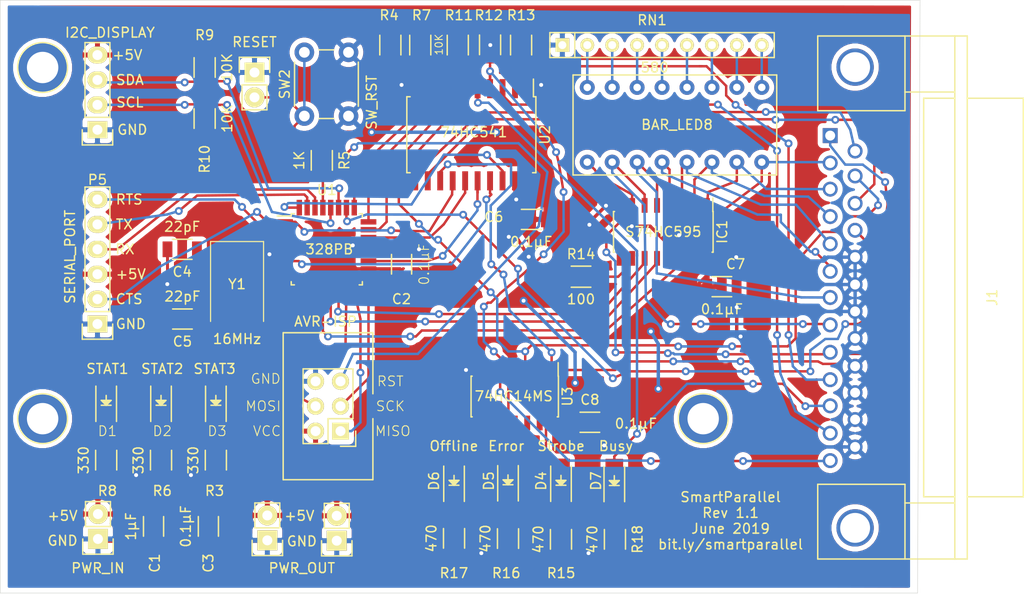
<source format=kicad_pcb>
(kicad_pcb (version 20171130) (host pcbnew "(5.1.2-1)-1")
  (layers (0 F.Cu signal) (31 B.Cu signal) (34 B.Paste user hide) (35 F.Paste user hide) (36 B.SilkS user) (37 F.SilkS user) (38 B.Mask user hide) (39 F.Mask user hide) (44 Edge.Cuts user))
  (net 0 "")
  (net 1 VCC)
  (net 2 GND)
  (net 3 MISO)
  (net 4 SCK)
  (net 5 MOSI)
  (net 6 ~RESET)
  (net 7 "Net-(D1-Pad1)")
  (net 8 "Net-(D2-Pad1)")
  (net 9 "Net-(D3-Pad1)")
  (net 10 "Net-(D4-Pad1)")
  (net 11 "Net-(D4-Pad2)")
  (net 12 "Net-(D5-Pad2)")
  (net 13 "Net-(D5-Pad1)")
  (net 14 "Net-(D6-Pad1)")
  (net 15 "Net-(D6-Pad2)")
  (net 16 Busy)
  (net 17 "Net-(D7-Pad1)")
  (net 18 D1)
  (net 19 D2)
  (net 20 D3)
  (net 21 D4)
  (net 22 D5)
  (net 23 D6)
  (net 24 D7)
  (net 25 "Net-(IC1-Pad9)")
  (net 26 "Net-(IC1-Pad10)")
  (net 27 SHCP)
  (net 28 STCP)
  (net 29 SER)
  (net 30 D0)
  (net 31 Strobe_buf)
  (net 32 ~ACK)
  (net 33 PE)
  (net 34 SEL)
  (net 35 LF_buf)
  (net 36 ~Error)
  (net 37 Init_buf)
  (net 38 ~SelIn)
  (net 39 "Net-(LED1-Pad9)")
  (net 40 "Net-(LED1-Pad10)")
  (net 41 "Net-(LED1-Pad11)")
  (net 42 "Net-(LED1-Pad12)")
  (net 43 "Net-(LED1-Pad13)")
  (net 44 "Net-(LED1-Pad14)")
  (net 45 "Net-(LED1-Pad15)")
  (net 46 "Net-(LED1-Pad16)")
  (net 47 RTS)
  (net 48 TXD)
  (net 49 RXD)
  (net 50 CTS)
  (net 51 SDA)
  (net 52 SCL)
  (net 53 ~Init)
  (net 54 ~Strobe)
  (net 55 "Net-(U1-Pad20)")
  (net 56 LF)
  (net 57 "Net-(U3-Pad8)")
  (net 58 "Net-(U3-Pad9)")
  (net 59 "Net-(U3-Pad10)")
  (net 60 "Net-(U3-Pad11)")
  (net 61 "Net-(U3-Pad12)")
  (net 62 "Net-(U3-Pad13)")
  (net 63 /XTAL1)
  (net 64 /XTAL2)
  (net 65 Err_buf)
  (net 66 Busy_buf)
  (net 67 Sel_buf)
  (net 68 PE_buf)
  (net 69 Ack_buf)
  (net 70 Stat2)
  (net 71 Stat1)
  (net 72 Stat3)
  (module Speculatrix_general:Mounting_hole_M3 (layer F.Cu) (at 171.958 109.22)
    (fp_text reference REF** hide)
    (fp_text value M3 hide)
    (pad "" thru_hole circle (at 0 0) (size 5 5) (drill 3.2) (layers *.Cu *.Mask))
  )
  (module Speculatrix_general:Mounting_hole_M3 (layer F.Cu) (at 104.648 109.22)
    (fp_text reference REF** hide)
    (fp_text value M3 hide)
    (pad "" thru_hole circle (at 0 0) (size 5 5) (drill 3.2) (layers *.Cu *.Mask))
  )
  (module Speculatrix_general:Mounting_hole_M3 (layer F.Cu) (at 104.648 73.406)
    (fp_text reference REF** hide)
    (fp_text value M3 hide)
    (pad "" thru_hole circle (at 0 0) (size 5 5) (drill 3.2) (layers *.Cu *.Mask))
  )
  (module Speculatrix_connectors:AVR_ISP_HE10_2x3 (layer F.Cu) (at 133.731 107.95 180)
    (fp_text reference CONN1 hide)
    (fp_text value AVR-ISP (at 0.254 8.636) (layer F.SilkS))
    (fp_text user MISO (at -6.604 -2.54) (layer F.SilkS) (effects (font (thickness 0.1))))
    (fp_text user SCK (at -6.35 0) (layer F.SilkS) (effects (font (thickness 0.1))))
    (fp_text user RST (at -6.35 2.54) (layer F.SilkS) (effects (font (thickness 0.1))))
    (fp_text user VCC (at 6.223 -2.54) (layer F.SilkS) (effects (font (thickness 0.1))))
    (fp_text user MOSI (at 6.604 0) (layer F.SilkS) (effects (font (thickness 0.1))))
    (fp_text user GND (at 6.35 2.794) (layer F.SilkS) (effects (font (thickness 0.1))))
    (pad 6 thru_hole oval (at 1.27 2.54 180) (size 1.7272 1.7272) (drill 1.016) (layers *.Cu *.Mask F.SilkS) (net 2 GND))
    (pad 5 thru_hole oval (at -1.27 2.54 180) (size 1.7272 1.7272) (drill 1.016) (layers *.Cu *.Mask F.SilkS) (net 6 ~RESET))
    (pad 4 thru_hole oval (at 1.27 0 180) (size 1.7272 1.7272) (drill 1.016) (layers *.Cu *.Mask F.SilkS) (net 5 MOSI))
    (pad 3 thru_hole oval (at -1.27 0 180) (size 1.7272 1.7272) (drill 1.016) (layers *.Cu *.Mask F.SilkS) (net 4 SCK))
    (pad 2 thru_hole oval (at 1.27 -2.54 180) (size 1.7272 1.7272) (drill 1.016) (layers *.Cu *.Mask F.SilkS) (net 1 VCC))
    (pad 1 thru_hole rect (at -1.27 -2.54 270) (size 1.7272 1.7272) (drill 1.016) (layers *.Cu *.Mask F.SilkS) (net 3 MISO))
  )
  (module Capacitors_SMD:C_1206 (layer F.Cu) (at 118.872 91.948 180)
    (fp_text reference C4 (at 0 -2.3) (layer F.SilkS))
    (fp_text value 22pF (at 0 2.3) (layer F.SilkS))
    (pad 2 smd rect (at 1.5 0 180) (size 1 1.6) (layers F.Cu F.Paste F.Mask) (net 2 GND))
    (pad 1 smd rect (at -1.5 0 180) (size 1 1.6) (layers F.Cu F.Paste F.Mask) (net 63 /XTAL1))
  )
  (module Capacitors_SMD:C_1206 (layer F.Cu) (at 115.951 120.2055 270)
    (fp_text reference C1 (at 3.7465 -0.127 90) (layer F.SilkS))
    (fp_text value 1µF (at 0 2.3 90) (layer F.SilkS))
    (pad 1 smd rect (at -1.5 0 270) (size 1 1.6) (layers F.Cu F.Paste F.Mask) (net 1 VCC))
    (pad 2 smd rect (at 1.5 0 270) (size 1 1.6) (layers F.Cu F.Paste F.Mask) (net 2 GND))
  )
  (module Resistors_ThroughHole:Resistor_Array_SIP8 (layer F.Cu) (at 167.767 71.12)
    (fp_text reference RN1 (at -1.016 -2.54) (layer F.SilkS))
    (fp_text value 580 (at -0.762 2.286) (layer F.SilkS))
    (pad 9 thru_hole circle (at 10.16 0) (size 1.397 1.397) (drill 0.8128) (layers *.Cu *.Mask F.SilkS) (net 39 "Net-(LED1-Pad9)"))
    (pad 8 thru_hole circle (at 7.62 0) (size 1.397 1.397) (drill 0.8128) (layers *.Cu *.Mask F.SilkS) (net 40 "Net-(LED1-Pad10)"))
    (pad 7 thru_hole circle (at 5.08 0) (size 1.397 1.397) (drill 0.8128) (layers *.Cu *.Mask F.SilkS) (net 41 "Net-(LED1-Pad11)"))
    (pad 6 thru_hole circle (at 2.54 0) (size 1.397 1.397) (drill 0.8128) (layers *.Cu *.Mask F.SilkS) (net 42 "Net-(LED1-Pad12)"))
    (pad 5 thru_hole circle (at 0 0) (size 1.397 1.397) (drill 0.8128) (layers *.Cu *.Mask F.SilkS) (net 43 "Net-(LED1-Pad13)"))
    (pad 4 thru_hole circle (at -2.54 0) (size 1.397 1.397) (drill 0.8128) (layers *.Cu *.Mask F.SilkS) (net 44 "Net-(LED1-Pad14)"))
    (pad 3 thru_hole circle (at -5.08 0) (size 1.397 1.397) (drill 0.8128) (layers *.Cu *.Mask F.SilkS) (net 45 "Net-(LED1-Pad15)"))
    (pad 2 thru_hole circle (at -7.62 0) (size 1.397 1.397) (drill 0.8128) (layers *.Cu *.Mask F.SilkS) (net 46 "Net-(LED1-Pad16)"))
    (pad 1 thru_hole rect (at -10.16 0) (size 1.397 1.397) (drill 0.8128) (layers *.Cu *.Mask F.SilkS) (net 2 GND))
  )
  (module Capacitors_SMD:C_1206 (layer F.Cu) (at 141.224 93.472 90)
    (fp_text reference C2 (at -3.556 0 180) (layer F.SilkS))
    (fp_text value 0.1µF (at 0 2.3 90) (layer F.SilkS) (effects (font (thickness 0.1))))
    (pad 1 smd rect (at -1.5 0 90) (size 1 1.6) (layers F.Cu F.Paste F.Mask) (net 1 VCC))
    (pad 2 smd rect (at 1.5 0 90) (size 1 1.6) (layers F.Cu F.Paste F.Mask) (net 2 GND))
  )
  (module Capacitors_SMD:C_1206 (layer F.Cu) (at 121.539 120.2055 270)
    (fp_text reference C3 (at 3.7465 0 90) (layer F.SilkS))
    (fp_text value 0.1µF (at 0 2.3 90) (layer F.SilkS))
    (pad 2 smd rect (at 1.5 0 270) (size 1 1.6) (layers F.Cu F.Paste F.Mask) (net 2 GND))
    (pad 1 smd rect (at -1.5 0 270) (size 1 1.6) (layers F.Cu F.Paste F.Mask) (net 1 VCC))
  )
  (module Capacitors_SMD:C_1206 (layer F.Cu) (at 118.896 99.06 180)
    (fp_text reference C5 (at 0 -2.3) (layer F.SilkS))
    (fp_text value 22pF (at 0 2.3) (layer F.SilkS))
    (pad 1 smd rect (at -1.5 0 180) (size 1 1.6) (layers F.Cu F.Paste F.Mask) (net 64 /XTAL2))
    (pad 2 smd rect (at 1.5 0 180) (size 1 1.6) (layers F.Cu F.Paste F.Mask) (net 2 GND))
  )
  (module Capacitors_SMD:C_1206 (layer F.Cu) (at 154.432 88.9 180)
    (fp_text reference C6 (at 3.81 0.254) (layer F.SilkS))
    (fp_text value 0.1µF (at 0 -2.286) (layer F.SilkS))
    (pad 2 smd rect (at 1.5 0 180) (size 1 1.6) (layers F.Cu F.Paste F.Mask) (net 2 GND))
    (pad 1 smd rect (at -1.5 0 180) (size 1 1.6) (layers F.Cu F.Paste F.Mask) (net 1 VCC))
  )
  (module Capacitors_SMD:C_1206 (layer F.Cu) (at 173.863 95.758)
    (fp_text reference C7 (at 1.397 -2.3) (layer F.SilkS))
    (fp_text value 0.1µF (at 0 2.3) (layer F.SilkS))
    (pad 1 smd rect (at -1.5 0) (size 1 1.6) (layers F.Cu F.Paste F.Mask) (net 1 VCC))
    (pad 2 smd rect (at 1.5 0) (size 1 1.6) (layers F.Cu F.Paste F.Mask) (net 2 GND))
  )
  (module Capacitors_SMD:C_1206 (layer F.Cu) (at 160.4137 109.5883)
    (fp_text reference C8 (at 0 -2.3) (layer F.SilkS))
    (fp_text value 0.1µF (at 4.6863 0.1397) (layer F.SilkS))
    (pad 2 smd rect (at 1.5 0) (size 1 1.6) (layers F.Cu F.Paste F.Mask) (net 2 GND))
    (pad 1 smd rect (at -1.5 0) (size 1 1.6) (layers F.Cu F.Paste F.Mask) (net 1 VCC))
  )
  (module LEDs:LED_1206 (layer F.Cu) (at 111.125 107.3531 90)
    (fp_text reference D1 (at -3.1369 0.127 180) (layer F.SilkS) (effects (font (thickness 0.1))))
    (fp_text value STAT1 (at 3.2131 0.127 180) (layer F.SilkS))
    (pad 2 smd rect (at 1.41986 0 270) (size 1.59766 1.80086) (layers F.Cu F.Paste F.Mask) (net 71 Stat1))
    (pad 1 smd rect (at -1.41986 0 270) (size 1.59766 1.80086) (layers F.Cu F.Paste F.Mask) (net 7 "Net-(D1-Pad1)"))
  )
  (module LEDs:LED_1206 (layer F.Cu) (at 116.713 107.3531 90)
    (fp_text reference D2 (at -3.1369 0.127 180) (layer F.SilkS) (effects (font (thickness 0.1))))
    (fp_text value STAT2 (at 3.2131 0.127 180) (layer F.SilkS))
    (pad 1 smd rect (at -1.41986 0 270) (size 1.59766 1.80086) (layers F.Cu F.Paste F.Mask) (net 8 "Net-(D2-Pad1)"))
    (pad 2 smd rect (at 1.41986 0 270) (size 1.59766 1.80086) (layers F.Cu F.Paste F.Mask) (net 70 Stat2))
  )
  (module LEDs:LED_1206 (layer F.Cu) (at 122.301 107.3531 90)
    (fp_text reference D3 (at -3.1369 0.127 180) (layer F.SilkS) (effects (font (thickness 0.1))))
    (fp_text value STAT3 (at 3.2131 -0.127 180) (layer F.SilkS))
    (pad 2 smd rect (at 1.41986 0 270) (size 1.59766 1.80086) (layers F.Cu F.Paste F.Mask) (net 72 Stat3))
    (pad 1 smd rect (at -1.41986 0 270) (size 1.59766 1.80086) (layers F.Cu F.Paste F.Mask) (net 9 "Net-(D3-Pad1)"))
  )
  (module LEDs:LED_1206 (layer F.Cu) (at 157.4673 115.50904 90)
    (fp_text reference D4 (at -0.06096 -2.0193 270) (layer F.SilkS))
    (fp_text value Strobe (at 3.49504 0.0127 180) (layer F.SilkS))
    (pad 1 smd rect (at -1.41986 0 270) (size 1.59766 1.80086) (layers F.Cu F.Paste F.Mask) (net 10 "Net-(D4-Pad1)"))
    (pad 2 smd rect (at 1.41986 0 270) (size 1.59766 1.80086) (layers F.Cu F.Paste F.Mask) (net 11 "Net-(D4-Pad2)"))
  )
  (module LEDs:LED_1206 (layer F.Cu) (at 152.0698 115.45824 90)
    (fp_text reference D5 (at -0.11176 -1.9558 270) (layer F.SilkS))
    (fp_text value Error (at 3.44424 -0.1778 180) (layer F.SilkS))
    (pad 2 smd rect (at 1.41986 0 270) (size 1.59766 1.80086) (layers F.Cu F.Paste F.Mask) (net 12 "Net-(D5-Pad2)"))
    (pad 1 smd rect (at -1.41986 0 270) (size 1.59766 1.80086) (layers F.Cu F.Paste F.Mask) (net 13 "Net-(D5-Pad1)"))
  )
  (module LEDs:LED_1206 (layer F.Cu) (at 146.5707 115.50904 90)
    (fp_text reference D6 (at -0.06096 -2.0447 270) (layer F.SilkS))
    (fp_text value Offline (at 3.49504 -0.0127 180) (layer F.SilkS))
    (pad 1 smd rect (at -1.41986 0 270) (size 1.59766 1.80086) (layers F.Cu F.Paste F.Mask) (net 14 "Net-(D6-Pad1)"))
    (pad 2 smd rect (at 1.41986 0 270) (size 1.59766 1.80086) (layers F.Cu F.Paste F.Mask) (net 15 "Net-(D6-Pad2)"))
  )
  (module LEDs:LED_1206 (layer F.Cu) (at 162.9029 115.53444 90)
    (fp_text reference D7 (at -0.03556 -1.8669 270) (layer F.SilkS))
    (fp_text value Busy (at 3.52044 0.1651 180) (layer F.SilkS))
    (pad 2 smd rect (at 1.41986 0 270) (size 1.59766 1.80086) (layers F.Cu F.Paste F.Mask) (net 16 Busy))
    (pad 1 smd rect (at -1.41986 0 270) (size 1.59766 1.80086) (layers F.Cu F.Paste F.Mask) (net 17 "Net-(D7-Pad1)"))
  )
  (module Housings_SOIC:SOIC-16_3.9x9.9mm_Pitch1.27mm (layer F.Cu) (at 167.894 90.17 270)
    (fp_text reference IC1 (at 0 -6 90) (layer F.SilkS))
    (fp_text value S74HC595 (at 0 0 180) (layer F.SilkS))
    (pad 1 smd rect (at -2.7 -4.445 270) (size 1.5 0.6) (layers F.Cu F.Paste F.Mask) (net 18 D1))
    (pad 2 smd rect (at -2.7 -3.175 270) (size 1.5 0.6) (layers F.Cu F.Paste F.Mask) (net 19 D2))
    (pad 3 smd rect (at -2.7 -1.905 270) (size 1.5 0.6) (layers F.Cu F.Paste F.Mask) (net 20 D3))
    (pad 4 smd rect (at -2.7 -0.635 270) (size 1.5 0.6) (layers F.Cu F.Paste F.Mask) (net 21 D4))
    (pad 5 smd rect (at -2.7 0.635 270) (size 1.5 0.6) (layers F.Cu F.Paste F.Mask) (net 22 D5))
    (pad 6 smd rect (at -2.7 1.905 270) (size 1.5 0.6) (layers F.Cu F.Paste F.Mask) (net 23 D6))
    (pad 7 smd rect (at -2.7 3.175 270) (size 1.5 0.6) (layers F.Cu F.Paste F.Mask) (net 24 D7))
    (pad 8 smd rect (at -2.7 4.445 270) (size 1.5 0.6) (layers F.Cu F.Paste F.Mask) (net 2 GND))
    (pad 9 smd rect (at 2.7 4.445 270) (size 1.5 0.6) (layers F.Cu F.Paste F.Mask) (net 25 "Net-(IC1-Pad9)"))
    (pad 10 smd rect (at 2.7 3.175 270) (size 1.5 0.6) (layers F.Cu F.Paste F.Mask) (net 26 "Net-(IC1-Pad10)"))
    (pad 11 smd rect (at 2.7 1.905 270) (size 1.5 0.6) (layers F.Cu F.Paste F.Mask) (net 27 SHCP))
    (pad 12 smd rect (at 2.7 0.635 270) (size 1.5 0.6) (layers F.Cu F.Paste F.Mask) (net 28 STCP))
    (pad 13 smd rect (at 2.7 -0.635 270) (size 1.5 0.6) (layers F.Cu F.Paste F.Mask) (net 2 GND))
    (pad 14 smd rect (at 2.7 -1.905 270) (size 1.5 0.6) (layers F.Cu F.Paste F.Mask) (net 29 SER))
    (pad 15 smd rect (at 2.7 -3.175 270) (size 1.5 0.6) (layers F.Cu F.Paste F.Mask) (net 30 D0))
    (pad 16 smd rect (at 2.7 -4.445 270) (size 1.5 0.6) (layers F.Cu F.Paste F.Mask) (net 1 VCC))
  )
  (module Connect:DB25FC (layer F.Cu) (at 186.1693 96.8629 270)
    (fp_text reference J1 (at 0 -15.24 90) (layer F.SilkS))
    (fp_text value DB25)
    (pad "" thru_hole circle (at 23.495 -1.27 270) (size 3.81 3.81) (drill 3.048) (layers *.Cu *.Mask))
    (pad "" thru_hole circle (at -23.495 -1.27 270) (size 3.81 3.81) (drill 3.048) (layers *.Cu *.Mask))
    (pad 1 thru_hole rect (at -16.51 1.27 270) (size 1.524 1.524) (drill 1.016) (layers *.Cu *.Mask) (net 31 Strobe_buf))
    (pad 2 thru_hole circle (at -13.716 1.27 270) (size 1.524 1.524) (drill 1.016) (layers *.Cu *.Mask) (net 30 D0))
    (pad 3 thru_hole circle (at -11.049 1.27 270) (size 1.524 1.524) (drill 1.016) (layers *.Cu *.Mask) (net 18 D1))
    (pad 4 thru_hole circle (at -8.255 1.27 270) (size 1.524 1.524) (drill 1.016) (layers *.Cu *.Mask) (net 19 D2))
    (pad 5 thru_hole circle (at -5.461 1.27 270) (size 1.524 1.524) (drill 1.016) (layers *.Cu *.Mask) (net 20 D3))
    (pad 6 thru_hole circle (at -2.667 1.27 270) (size 1.524 1.524) (drill 1.016) (layers *.Cu *.Mask) (net 21 D4))
    (pad 7 thru_hole circle (at 0 1.27 270) (size 1.524 1.524) (drill 1.016) (layers *.Cu *.Mask) (net 22 D5))
    (pad 8 thru_hole circle (at 2.794 1.27 270) (size 1.524 1.524) (drill 1.016) (layers *.Cu *.Mask) (net 23 D6))
    (pad 9 thru_hole circle (at 5.588 1.27 270) (size 1.524 1.524) (drill 1.016) (layers *.Cu *.Mask) (net 24 D7))
    (pad 10 thru_hole circle (at 8.382 1.27 270) (size 1.524 1.524) (drill 1.016) (layers *.Cu *.Mask) (net 32 ~ACK))
    (pad 11 thru_hole circle (at 11.049 1.27 270) (size 1.524 1.524) (drill 1.016) (layers *.Cu *.Mask) (net 16 Busy))
    (pad 12 thru_hole circle (at 13.843 1.27 270) (size 1.524 1.524) (drill 1.016) (layers *.Cu *.Mask) (net 33 PE))
    (pad 13 thru_hole circle (at 16.637 1.27 270) (size 1.524 1.524) (drill 1.016) (layers *.Cu *.Mask) (net 34 SEL))
    (pad 14 thru_hole circle (at -14.9352 -1.27 270) (size 1.524 1.524) (drill 1.016) (layers *.Cu *.Mask) (net 35 LF_buf))
    (pad 15 thru_hole circle (at -12.3952 -1.27 270) (size 1.524 1.524) (drill 1.016) (layers *.Cu *.Mask) (net 36 ~Error))
    (pad 16 thru_hole circle (at -9.6012 -1.27 270) (size 1.524 1.524) (drill 1.016) (layers *.Cu *.Mask) (net 37 Init_buf))
    (pad 17 thru_hole circle (at -6.858 -1.27 270) (size 1.524 1.524) (drill 1.016) (layers *.Cu *.Mask) (net 38 ~SelIn))
    (pad 18 thru_hole circle (at -4.1148 -1.27 270) (size 1.524 1.524) (drill 1.016) (layers *.Cu *.Mask) (net 2 GND))
    (pad 19 thru_hole circle (at -1.3208 -1.27 270) (size 1.524 1.524) (drill 1.016) (layers *.Cu *.Mask) (net 2 GND))
    (pad 20 thru_hole circle (at 1.4224 -1.27 270) (size 1.524 1.524) (drill 1.016) (layers *.Cu *.Mask) (net 2 GND))
    (pad 21 thru_hole circle (at 4.1656 -1.27 270) (size 1.524 1.524) (drill 1.016) (layers *.Cu *.Mask) (net 2 GND))
    (pad 22 thru_hole circle (at 7.0104 -1.27 270) (size 1.524 1.524) (drill 1.016) (layers *.Cu *.Mask) (net 2 GND))
    (pad 23 thru_hole circle (at 9.7028 -1.27 270) (size 1.524 1.524) (drill 1.016) (layers *.Cu *.Mask) (net 2 GND))
    (pad 24 thru_hole circle (at 12.446 -1.27 270) (size 1.524 1.524) (drill 1.016) (layers *.Cu *.Mask) (net 2 GND))
    (pad 25 thru_hole circle (at 15.24 -1.27 270) (size 1.524 1.524) (drill 1.016) (layers *.Cu *.Mask) (net 2 GND))
  )
  (module "Speculatrix_general:8-bar LED" (layer F.Cu) (at 169.037 79.248)
    (fp_text reference LED1 hide)
    (fp_text value BAR_LED8 (at 0.254 0) (layer F.SilkS))
    (pad 1 thru_hole circle (at -8.89 3.81) (size 1.524 1.524) (drill 0.762) (layers *.Cu *.Mask) (net 24 D7))
    (pad 2 thru_hole circle (at -6.35 3.81) (size 1.524 1.524) (drill 0.762) (layers *.Cu *.Mask) (net 23 D6))
    (pad 3 thru_hole circle (at -3.81 3.81) (size 1.524 1.524) (drill 0.762) (layers *.Cu *.Mask) (net 22 D5))
    (pad 4 thru_hole circle (at -1.27 3.81) (size 1.524 1.524) (drill 0.762) (layers *.Cu *.Mask) (net 21 D4))
    (pad 5 thru_hole circle (at 1.27 3.81) (size 1.524 1.524) (drill 0.762) (layers *.Cu *.Mask) (net 20 D3))
    (pad 6 thru_hole circle (at 3.81 3.81) (size 1.524 1.524) (drill 0.762) (layers *.Cu *.Mask) (net 19 D2))
    (pad 7 thru_hole circle (at 6.35 3.81) (size 1.524 1.524) (drill 0.762) (layers *.Cu *.Mask) (net 18 D1))
    (pad 8 thru_hole circle (at 8.89 3.81) (size 1.524 1.524) (drill 0.762) (layers *.Cu *.Mask) (net 30 D0))
    (pad 9 thru_hole circle (at 8.89 -3.81) (size 1.524 1.524) (drill 0.762) (layers *.Cu *.Mask) (net 39 "Net-(LED1-Pad9)"))
    (pad 10 thru_hole circle (at 6.35 -3.81) (size 1.524 1.524) (drill 0.762) (layers *.Cu *.Mask) (net 40 "Net-(LED1-Pad10)"))
    (pad 11 thru_hole circle (at 3.81 -3.81) (size 1.524 1.524) (drill 0.762) (layers *.Cu *.Mask) (net 41 "Net-(LED1-Pad11)"))
    (pad 12 thru_hole circle (at 1.27 -3.81) (size 1.524 1.524) (drill 0.762) (layers *.Cu *.Mask) (net 42 "Net-(LED1-Pad12)"))
    (pad 13 thru_hole circle (at -1.27 -3.81) (size 1.524 1.524) (drill 0.762) (layers *.Cu *.Mask) (net 43 "Net-(LED1-Pad13)"))
    (pad 14 thru_hole circle (at -3.81 -3.81) (size 1.524 1.524) (drill 0.762) (layers *.Cu *.Mask) (net 44 "Net-(LED1-Pad14)"))
    (pad 15 thru_hole circle (at -6.35 -3.81) (size 1.524 1.524) (drill 0.762) (layers *.Cu *.Mask) (net 45 "Net-(LED1-Pad15)"))
    (pad 16 thru_hole circle (at -8.89 -3.81) (size 1.524 1.524) (drill 0.762) (layers *.Cu *.Mask) (net 46 "Net-(LED1-Pad16)"))
  )
  (module Pin_Headers:Pin_Header_Straight_1x06 (layer F.Cu) (at 110.236 99.568 180)
    (fp_text reference P1 hide)
    (fp_text value SERIAL_PORT (at 2.794 6.858 90) (layer F.SilkS))
    (pad 1 thru_hole rect (at 0 0 180) (size 2.032 1.7272) (drill 1.016) (layers *.Cu *.Mask F.SilkS) (net 2 GND))
    (pad 2 thru_hole oval (at 0 2.54 180) (size 2.032 1.7272) (drill 1.016) (layers *.Cu *.Mask F.SilkS) (net 50 CTS))
    (pad 3 thru_hole oval (at 0 5.08 180) (size 2.032 1.7272) (drill 1.016) (layers *.Cu *.Mask F.SilkS) (net 1 VCC))
    (pad 4 thru_hole oval (at 0 7.62 180) (size 2.032 1.7272) (drill 1.016) (layers *.Cu *.Mask F.SilkS) (net 49 RXD))
    (pad 5 thru_hole oval (at 0 10.16 180) (size 2.032 1.7272) (drill 1.016) (layers *.Cu *.Mask F.SilkS) (net 48 TXD))
    (pad 6 thru_hole oval (at 0 12.7 180) (size 2.032 1.7272) (drill 1.016) (layers *.Cu *.Mask F.SilkS) (net 47 RTS))
  )
  (module Pin_Headers:Pin_Header_Straight_1x02 (layer F.Cu) (at 110.2868 121.4882 180)
    (fp_text reference P2 hide)
    (fp_text value PWR_IN (at 0 -2.9718 180) (layer F.SilkS))
    (pad 2 thru_hole oval (at 0 2.54 180) (size 2.032 2.032) (drill 1.016) (layers *.Cu *.Mask F.SilkS) (net 1 VCC))
    (pad 1 thru_hole rect (at 0 0 180) (size 2.032 2.032) (drill 1.016) (layers *.Cu *.Mask F.SilkS) (net 2 GND))
  )
  (module Pin_Headers:Pin_Header_Straight_1x02 (layer F.Cu) (at 127.5461 121.6279 180)
    (fp_text reference P3 hide)
    (fp_text value PWR_OUT (at -3.5179 -2.8321) (layer F.SilkS))
    (pad 2 thru_hole oval (at 0 2.54 180) (size 2.032 2.032) (drill 1.016) (layers *.Cu *.Mask F.SilkS) (net 1 VCC))
    (pad 1 thru_hole rect (at 0 0 180) (size 2.032 2.032) (drill 1.016) (layers *.Cu *.Mask F.SilkS) (net 2 GND))
  )
  (module Pin_Headers:Pin_Header_Straight_1x02 (layer F.Cu) (at 134.62 121.666 180)
    (fp_text reference P4 hide)
    (fp_text value PWR_OUT hide)
    (pad 1 thru_hole rect (at 0 0 180) (size 2.032 2.032) (drill 1.016) (layers *.Cu *.Mask F.SilkS) (net 2 GND))
    (pad 2 thru_hole oval (at 0 2.54 180) (size 2.032 2.032) (drill 1.016) (layers *.Cu *.Mask F.SilkS) (net 1 VCC))
  )
  (module Pin_Headers:Pin_Header_Straight_1x04 (layer F.Cu) (at 110.236 79.756 180)
    (fp_text reference P5 (at 0 -5.1) (layer F.SilkS))
    (fp_text value I2C_DISPLAY (at -1.27 9.906 180) (layer F.SilkS))
    (pad 1 thru_hole rect (at 0 0 180) (size 2.032 1.7272) (drill 1.016) (layers *.Cu *.Mask F.SilkS) (net 2 GND))
    (pad 2 thru_hole oval (at 0 2.54 180) (size 2.032 1.7272) (drill 1.016) (layers *.Cu *.Mask F.SilkS) (net 52 SCL))
    (pad 3 thru_hole oval (at 0 5.08 180) (size 2.032 1.7272) (drill 1.016) (layers *.Cu *.Mask F.SilkS) (net 51 SDA))
    (pad 4 thru_hole oval (at 0 7.62 180) (size 2.032 1.7272) (drill 1.016) (layers *.Cu *.Mask F.SilkS) (net 1 VCC))
  )
  (module Pin_Headers:Pin_Header_Straight_1x02 (layer F.Cu) (at 126.238 73.914)
    (fp_text reference P6 hide)
    (fp_text value RESET (at 0 -3.1) (layer F.SilkS))
    (pad 1 thru_hole rect (at 0 0) (size 2.032 2.032) (drill 1.016) (layers *.Cu *.Mask F.SilkS) (net 2 GND))
    (pad 2 thru_hole oval (at 0 2.54) (size 2.032 2.032) (drill 1.016) (layers *.Cu *.Mask F.SilkS) (net 6 ~RESET))
  )
  (module Resistors_SMD:R_1206 (layer F.Cu) (at 122.301 113.4491 270)
    (fp_text reference R3 (at 3.1369 0.127 180) (layer F.SilkS))
    (fp_text value 330 (at 0 2.3 90) (layer F.SilkS))
    (pad 2 smd rect (at 1.45 0 270) (size 0.9 1.7) (layers F.Cu F.Paste F.Mask) (net 2 GND))
    (pad 1 smd rect (at -1.45 0 270) (size 0.9 1.7) (layers F.Cu F.Paste F.Mask) (net 9 "Net-(D3-Pad1)"))
  )
  (module Resistors_SMD:R_1206 (layer F.Cu) (at 140.081 71.12 270)
    (fp_text reference R4 (at -3.048 0.127 180) (layer F.SilkS))
    (fp_text value 10K hide)
    (pad 2 smd rect (at 1.45 0 270) (size 0.9 1.7) (layers F.Cu F.Paste F.Mask) (net 53 ~Init))
    (pad 1 smd rect (at -1.45 0 270) (size 0.9 1.7) (layers F.Cu F.Paste F.Mask) (net 1 VCC))
  )
  (module Resistors_SMD:R_1206 (layer F.Cu) (at 133.096 82.878 270)
    (fp_text reference R5 (at 0 -2.3 90) (layer F.SilkS))
    (fp_text value 1K (at 0 2.3 90) (layer F.SilkS))
    (pad 2 smd rect (at 1.45 0 270) (size 0.9 1.7) (layers F.Cu F.Paste F.Mask) (net 6 ~RESET))
    (pad 1 smd rect (at -1.45 0 270) (size 0.9 1.7) (layers F.Cu F.Paste F.Mask) (net 1 VCC))
  )
  (module Resistors_SMD:R_1206 (layer F.Cu) (at 116.713 113.4491 270)
    (fp_text reference R6 (at 3.1369 -0.127 180) (layer F.SilkS))
    (fp_text value 330 (at 0 2.3 90) (layer F.SilkS))
    (pad 1 smd rect (at -1.45 0 270) (size 0.9 1.7) (layers F.Cu F.Paste F.Mask) (net 8 "Net-(D2-Pad1)"))
    (pad 2 smd rect (at 1.45 0 270) (size 0.9 1.7) (layers F.Cu F.Paste F.Mask) (net 2 GND))
  )
  (module Resistors_SMD:R_1206 (layer F.Cu) (at 143.129 71.12 270)
    (fp_text reference R7 (at -3.048 -0.127 180) (layer F.SilkS))
    (fp_text value 10K hide)
    (pad 1 smd rect (at -1.45 0 270) (size 0.9 1.7) (layers F.Cu F.Paste F.Mask) (net 1 VCC))
    (pad 2 smd rect (at 1.45 0 270) (size 0.9 1.7) (layers F.Cu F.Paste F.Mask) (net 54 ~Strobe))
  )
  (module Resistors_SMD:R_1206 (layer F.Cu) (at 111.125 113.4491 270)
    (fp_text reference R8 (at 3.1369 -0.127 180) (layer F.SilkS))
    (fp_text value 330 (at 0 2.3 90) (layer F.SilkS))
    (pad 1 smd rect (at -1.45 0 270) (size 0.9 1.7) (layers F.Cu F.Paste F.Mask) (net 7 "Net-(D1-Pad1)"))
    (pad 2 smd rect (at 1.45 0 270) (size 0.9 1.7) (layers F.Cu F.Paste F.Mask) (net 2 GND))
  )
  (module Resistors_SMD:R_1206 (layer F.Cu) (at 121.158 73.406 270)
    (fp_text reference R9 (at -3.302 0 180) (layer F.SilkS))
    (fp_text value 10K (at 0 -2.286 90) (layer F.SilkS))
    (pad 1 smd rect (at -1.45 0 270) (size 0.9 1.7) (layers F.Cu F.Paste F.Mask) (net 1 VCC))
    (pad 2 smd rect (at 1.45 0 270) (size 0.9 1.7) (layers F.Cu F.Paste F.Mask) (net 51 SDA))
  )
  (module Resistors_SMD:R_1206 (layer F.Cu) (at 121.158 78.613 90)
    (fp_text reference R10 (at -4.138 0 90) (layer F.SilkS))
    (fp_text value 10K (at 0 2.3 90) (layer F.SilkS))
    (pad 2 smd rect (at 1.45 0 90) (size 0.9 1.7) (layers F.Cu F.Paste F.Mask) (net 52 SCL))
    (pad 1 smd rect (at -1.45 0 90) (size 0.9 1.7) (layers F.Cu F.Paste F.Mask) (net 1 VCC))
  )
  (module Resistors_SMD:R_1206 (layer F.Cu) (at 150.241 71.0946 90)
    (fp_text reference R11 (at 3.0226 -3.175 180) (layer F.SilkS))
    (fp_text value 10k hide)
    (pad 1 smd rect (at -1.45 0 90) (size 0.9 1.7) (layers F.Cu F.Paste F.Mask) (net 34 SEL))
    (pad 2 smd rect (at 1.45 0 90) (size 0.9 1.7) (layers F.Cu F.Paste F.Mask) (net 2 GND))
  )
  (module Resistors_SMD:R_1206 (layer F.Cu) (at 146.9517 71.12 270)
    (fp_text reference R12 (at -3.048 -3.1623 180) (layer F.SilkS))
    (fp_text value 10K hide)
    (pad 2 smd rect (at 1.45 0 270) (size 0.9 1.7) (layers F.Cu F.Paste F.Mask) (net 36 ~Error))
    (pad 1 smd rect (at -1.45 0 270) (size 0.9 1.7) (layers F.Cu F.Paste F.Mask) (net 1 VCC))
  )
  (module Resistors_SMD:R_1206 (layer F.Cu) (at 153.4033 71.12 270)
    (fp_text reference R13 (at -3.048 -0.0127 180) (layer F.SilkS))
    (fp_text value 10K (at -0.0508 8.3693 270) (layer F.SilkS) (effects (font (size 0.75 0.75) (thickness 0.1))))
    (pad 2 smd rect (at 1.45 0 270) (size 0.9 1.7) (layers F.Cu F.Paste F.Mask) (net 32 ~ACK))
    (pad 1 smd rect (at -1.45 0 270) (size 0.9 1.7) (layers F.Cu F.Paste F.Mask) (net 1 VCC))
  )
  (module Resistors_SMD:R_1206 (layer F.Cu) (at 159.512 94.742)
    (fp_text reference R14 (at 0 -2.3) (layer F.SilkS))
    (fp_text value 100 (at 0 2.3) (layer F.SilkS))
    (pad 1 smd rect (at -1.45 0) (size 0.9 1.7) (layers F.Cu F.Paste F.Mask) (net 1 VCC))
    (pad 2 smd rect (at 1.45 0) (size 0.9 1.7) (layers F.Cu F.Paste F.Mask) (net 26 "Net-(IC1-Pad10)"))
  )
  (module Resistors_SMD:R_1206 (layer F.Cu) (at 157.4673 121.5263 270)
    (fp_text reference R15 (at 3.4417 -0.0127 180) (layer F.SilkS))
    (fp_text value 470 (at 0 2.3 90) (layer F.SilkS))
    (pad 1 smd rect (at -1.45 0 270) (size 0.9 1.7) (layers F.Cu F.Paste F.Mask) (net 10 "Net-(D4-Pad1)"))
    (pad 2 smd rect (at 1.45 0 270) (size 0.9 1.7) (layers F.Cu F.Paste F.Mask) (net 2 GND))
  )
  (module Resistors_SMD:R_1206 (layer F.Cu) (at 152.0698 121.4479 270)
    (fp_text reference R16 (at 3.5201 0.1778 180) (layer F.SilkS))
    (fp_text value 470 (at 0 2.3 90) (layer F.SilkS))
    (pad 2 smd rect (at 1.45 0 270) (size 0.9 1.7) (layers F.Cu F.Paste F.Mask) (net 2 GND))
    (pad 1 smd rect (at -1.45 0 270) (size 0.9 1.7) (layers F.Cu F.Paste F.Mask) (net 13 "Net-(D5-Pad1)"))
  )
  (module Resistors_SMD:R_1206 (layer F.Cu) (at 146.5707 121.4247 270)
    (fp_text reference R17 (at 3.5433 0.0127 180) (layer F.SilkS))
    (fp_text value 470 (at 0 2.3 90) (layer F.SilkS))
    (pad 1 smd rect (at -1.45 0 270) (size 0.9 1.7) (layers F.Cu F.Paste F.Mask) (net 14 "Net-(D6-Pad1)"))
    (pad 2 smd rect (at 1.45 0 270) (size 0.9 1.7) (layers F.Cu F.Paste F.Mask) (net 2 GND))
  )
  (module Resistors_SMD:R_1206 (layer F.Cu) (at 162.9664 121.5263 270)
    (fp_text reference R18 (at 0 -2.3 90) (layer F.SilkS))
    (fp_text value 470 (at 0 2.3 90) (layer F.SilkS))
    (pad 2 smd rect (at 1.45 0 270) (size 0.9 1.7) (layers F.Cu F.Paste F.Mask) (net 2 GND))
    (pad 1 smd rect (at -1.45 0 270) (size 0.9 1.7) (layers F.Cu F.Paste F.Mask) (net 17 "Net-(D7-Pad1)"))
  )
  (module Buttons_Switches_ThroughHole:SW_PUSH_6mm (layer F.Cu) (at 131.318 78.359 90)
    (fp_text reference SW2 (at 3.25 -2 90) (layer F.SilkS))
    (fp_text value SW_RST (at 1.397 6.858 90) (layer F.SilkS))
    (pad 2 thru_hole circle (at 0 4.5 180) (size 2 2) (drill 1.1) (layers *.Cu *.Mask) (net 2 GND))
    (pad 1 thru_hole circle (at 0 0 180) (size 2 2) (drill 1.1) (layers *.Cu *.Mask) (net 6 ~RESET))
    (pad 2 thru_hole circle (at 6.5 4.5 180) (size 2 2) (drill 1.1) (layers *.Cu *.Mask) (net 2 GND))
    (pad 1 thru_hole circle (at 6.5 0 180) (size 2 2) (drill 1.1) (layers *.Cu *.Mask) (net 6 ~RESET))
  )
  (module Housings_QFP:TQFP-32_7x7mm_Pitch0.8mm (layer F.Cu) (at 133.604 91.948)
    (fp_text reference U1 (at 0 -6.05) (layer F.SilkS))
    (fp_text value 328PB (at 0.254 0) (layer F.SilkS))
    (pad 1 smd rect (at -4.25 -2.8) (size 1.6 0.55) (layers F.Cu F.Paste F.Mask) (net 65 Err_buf))
    (pad 2 smd rect (at -4.25 -2) (size 1.6 0.55) (layers F.Cu F.Paste F.Mask) (net 50 CTS))
    (pad 3 smd rect (at -4.25 -1.2) (size 1.6 0.55) (layers F.Cu F.Paste F.Mask) (net 47 RTS))
    (pad 4 smd rect (at -4.25 -0.4) (size 1.6 0.55) (layers F.Cu F.Paste F.Mask) (net 1 VCC))
    (pad 5 smd rect (at -4.25 0.4) (size 1.6 0.55) (layers F.Cu F.Paste F.Mask) (net 2 GND))
    (pad 6 smd rect (at -4.25 1.2) (size 1.6 0.55) (layers F.Cu F.Paste F.Mask) (net 68 PE_buf))
    (pad 7 smd rect (at -4.25 2) (size 1.6 0.55) (layers F.Cu F.Paste F.Mask) (net 63 /XTAL1))
    (pad 8 smd rect (at -4.25 2.8) (size 1.6 0.55) (layers F.Cu F.Paste F.Mask) (net 64 /XTAL2))
    (pad 9 smd rect (at -2.8 4.25 90) (size 1.6 0.55) (layers F.Cu F.Paste F.Mask) (net 71 Stat1))
    (pad 10 smd rect (at -2 4.25 90) (size 1.6 0.55) (layers F.Cu F.Paste F.Mask) (net 70 Stat2))
    (pad 11 smd rect (at -1.2 4.25 90) (size 1.6 0.55) (layers F.Cu F.Paste F.Mask) (net 72 Stat3))
    (pad 12 smd rect (at -0.4 4.25 90) (size 1.6 0.55) (layers F.Cu F.Paste F.Mask) (net 29 SER))
    (pad 13 smd rect (at 0.4 4.25 90) (size 1.6 0.55) (layers F.Cu F.Paste F.Mask) (net 28 STCP))
    (pad 14 smd rect (at 1.2 4.25 90) (size 1.6 0.55) (layers F.Cu F.Paste F.Mask) (net 27 SHCP))
    (pad 15 smd rect (at 2 4.25 90) (size 1.6 0.55) (layers F.Cu F.Paste F.Mask) (net 5 MOSI))
    (pad 16 smd rect (at 2.8 4.25 90) (size 1.6 0.55) (layers F.Cu F.Paste F.Mask) (net 3 MISO))
    (pad 17 smd rect (at 4.25 2.8) (size 1.6 0.55) (layers F.Cu F.Paste F.Mask) (net 4 SCK))
    (pad 18 smd rect (at 4.25 2) (size 1.6 0.55) (layers F.Cu F.Paste F.Mask) (net 1 VCC))
    (pad 19 smd rect (at 4.25 1.2) (size 1.6 0.55) (layers F.Cu F.Paste F.Mask) (net 67 Sel_buf))
    (pad 20 smd rect (at 4.25 0.4) (size 1.6 0.55) (layers F.Cu F.Paste F.Mask) (net 55 "Net-(U1-Pad20)"))
    (pad 21 smd rect (at 4.25 -0.4) (size 1.6 0.55) (layers F.Cu F.Paste F.Mask) (net 2 GND))
    (pad 22 smd rect (at 4.25 -1.2) (size 1.6 0.55) (layers F.Cu F.Paste F.Mask) (net 66 Busy_buf))
    (pad 23 smd rect (at 4.25 -2) (size 1.6 0.55) (layers F.Cu F.Paste F.Mask) (net 54 ~Strobe))
    (pad 24 smd rect (at 4.25 -2.8) (size 1.6 0.55) (layers F.Cu F.Paste F.Mask) (net 53 ~Init))
    (pad 25 smd rect (at 2.8 -4.25 90) (size 1.6 0.55) (layers F.Cu F.Paste F.Mask) (net 56 LF))
    (pad 26 smd rect (at 2 -4.25 90) (size 1.6 0.55) (layers F.Cu F.Paste F.Mask) (net 38 ~SelIn))
    (pad 27 smd rect (at 1.2 -4.25 90) (size 1.6 0.55) (layers F.Cu F.Paste F.Mask) (net 51 SDA))
    (pad 28 smd rect (at 0.4 -4.25 90) (size 1.6 0.55) (layers F.Cu F.Paste F.Mask) (net 52 SCL))
    (pad 29 smd rect (at -0.4 -4.25 90) (size 1.6 0.55) (layers F.Cu F.Paste F.Mask) (net 6 ~RESET))
    (pad 30 smd rect (at -1.2 -4.25 90) (size 1.6 0.55) (layers F.Cu F.Paste F.Mask) (net 49 RXD))
    (pad 31 smd rect (at -2 -4.25 90) (size 1.6 0.55) (layers F.Cu F.Paste F.Mask) (net 48 TXD))
    (pad 32 smd rect (at -2.8 -4.25 90) (size 1.6 0.55) (layers F.Cu F.Paste F.Mask) (net 69 Ack_buf))
  )
  (module Housings_SOIC:SOIC-20W_7.5x12.8mm_Pitch1.27mm (layer F.Cu) (at 148.336 80.264 270)
    (fp_text reference U2 (at 0 -7.5 90) (layer F.SilkS))
    (fp_text value 74HC541 (at -0.254 -0.254 180) (layer F.SilkS))
    (pad 1 smd rect (at -4.7 -5.715 270) (size 1.95 0.6) (layers F.Cu F.Paste F.Mask) (net 2 GND))
    (pad 2 smd rect (at -4.7 -4.445 270) (size 1.95 0.6) (layers F.Cu F.Paste F.Mask) (net 32 ~ACK))
    (pad 3 smd rect (at -4.7 -3.175 270) (size 1.95 0.6) (layers F.Cu F.Paste F.Mask) (net 33 PE))
    (pad 4 smd rect (at -4.7 -1.905 270) (size 1.95 0.6) (layers F.Cu F.Paste F.Mask) (net 34 SEL))
    (pad 5 smd rect (at -4.7 -0.635 270) (size 1.95 0.6) (layers F.Cu F.Paste F.Mask) (net 16 Busy))
    (pad 6 smd rect (at -4.7 0.635 270) (size 1.95 0.6) (layers F.Cu F.Paste F.Mask) (net 36 ~Error))
    (pad 7 smd rect (at -4.7 1.905 270) (size 1.95 0.6) (layers F.Cu F.Paste F.Mask) (net 54 ~Strobe))
    (pad 8 smd rect (at -4.7 3.175 270) (size 1.95 0.6) (layers F.Cu F.Paste F.Mask) (net 53 ~Init))
    (pad 9 smd rect (at -4.7 4.445 270) (size 1.95 0.6) (layers F.Cu F.Paste F.Mask) (net 56 LF))
    (pad 10 smd rect (at -4.7 5.715 270) (size 1.95 0.6) (layers F.Cu F.Paste F.Mask) (net 2 GND))
    (pad 11 smd rect (at 4.7 5.715 270) (size 1.95 0.6) (layers F.Cu F.Paste F.Mask) (net 35 LF_buf))
    (pad 12 smd rect (at 4.7 4.445 270) (size 1.95 0.6) (layers F.Cu F.Paste F.Mask) (net 37 Init_buf))
    (pad 13 smd rect (at 4.7 3.175 270) (size 1.95 0.6) (layers F.Cu F.Paste F.Mask) (net 31 Strobe_buf))
    (pad 14 smd rect (at 4.7 1.905 270) (size 1.95 0.6) (layers F.Cu F.Paste F.Mask) (net 65 Err_buf))
    (pad 15 smd rect (at 4.7 0.635 270) (size 1.95 0.6) (layers F.Cu F.Paste F.Mask) (net 66 Busy_buf))
    (pad 16 smd rect (at 4.7 -0.635 270) (size 1.95 0.6) (layers F.Cu F.Paste F.Mask) (net 67 Sel_buf))
    (pad 17 smd rect (at 4.7 -1.905 270) (size 1.95 0.6) (layers F.Cu F.Paste F.Mask) (net 68 PE_buf))
    (pad 18 smd rect (at 4.7 -3.175 270) (size 1.95 0.6) (layers F.Cu F.Paste F.Mask) (net 69 Ack_buf))
    (pad 19 smd rect (at 4.7 -4.445 270) (size 1.95 0.6) (layers F.Cu F.Paste F.Mask) (net 2 GND))
    (pad 20 smd rect (at 4.7 -5.715 270) (size 1.95 0.6) (layers F.Cu F.Paste F.Mask) (net 1 VCC))
  )
  (module Housings_SOIC:SOIC-14_3.9x8.7mm_Pitch1.27mm (layer F.Cu) (at 152.7556 106.9594 270)
    (fp_text reference U3 (at 0 -5.375 90) (layer F.SilkS))
    (fp_text value 74HC14MS (at -0.0254 0.1016 180) (layer F.SilkS))
    (pad 1 smd rect (at -2.7 -3.81 270) (size 1.5 0.6) (layers F.Cu F.Paste F.Mask) (net 31 Strobe_buf))
    (pad 2 smd rect (at -2.7 -2.54 270) (size 1.5 0.6) (layers F.Cu F.Paste F.Mask) (net 11 "Net-(D4-Pad2)"))
    (pad 3 smd rect (at -2.7 -1.27 270) (size 1.5 0.6) (layers F.Cu F.Paste F.Mask) (net 36 ~Error))
    (pad 4 smd rect (at -2.7 0 270) (size 1.5 0.6) (layers F.Cu F.Paste F.Mask) (net 12 "Net-(D5-Pad2)"))
    (pad 5 smd rect (at -2.7 1.27 270) (size 1.5 0.6) (layers F.Cu F.Paste F.Mask) (net 34 SEL))
    (pad 6 smd rect (at -2.7 2.54 270) (size 1.5 0.6) (layers F.Cu F.Paste F.Mask) (net 15 "Net-(D6-Pad2)"))
    (pad 7 smd rect (at -2.7 3.81 270) (size 1.5 0.6) (layers F.Cu F.Paste F.Mask) (net 2 GND))
    (pad 8 smd rect (at 2.7 3.81 270) (size 1.5 0.6) (layers F.Cu F.Paste F.Mask) (net 57 "Net-(U3-Pad8)"))
    (pad 9 smd rect (at 2.7 2.54 270) (size 1.5 0.6) (layers F.Cu F.Paste F.Mask) (net 58 "Net-(U3-Pad9)"))
    (pad 10 smd rect (at 2.7 1.27 270) (size 1.5 0.6) (layers F.Cu F.Paste F.Mask) (net 59 "Net-(U3-Pad10)"))
    (pad 11 smd rect (at 2.7 0 270) (size 1.5 0.6) (layers F.Cu F.Paste F.Mask) (net 60 "Net-(U3-Pad11)"))
    (pad 12 smd rect (at 2.7 -1.27 270) (size 1.5 0.6) (layers F.Cu F.Paste F.Mask) (net 61 "Net-(U3-Pad12)"))
    (pad 13 smd rect (at 2.7 -2.54 270) (size 1.5 0.6) (layers F.Cu F.Paste F.Mask) (net 62 "Net-(U3-Pad13)"))
    (pad 14 smd rect (at 2.7 -3.81 270) (size 1.5 0.6) (layers F.Cu F.Paste F.Mask) (net 1 VCC))
  )
  (module Crystals:Crystal_SMD_EuroQuartz_MQ2-2pin_7.0x5.0mm (layer F.Cu) (at 124.46 95.606 270)
    (fp_text reference Y1 (at -0.102 0 180) (layer F.SilkS))
    (fp_text value 16MHz (at 5.486 0 180) (layer F.SilkS))
    (pad 1 smd rect (at -3.15 0 270) (size 2.2 2.4) (layers F.Cu F.Paste F.Mask) (net 63 /XTAL1))
    (pad 2 smd rect (at 3.15 0 270) (size 2.2 2.4) (layers F.Cu F.Paste F.Mask) (net 64 /XTAL2))
  )
  (gr_text RTS (at 112.014 86.868) (layer F.SilkS) (effects (font (size 1 1)) (justify left)))
  (gr_line (start 100.33 127) (end 100.33 66.548) (layer Edge.Cuts) (width 0.05))
  (gr_line (start 193.802 127) (end 100.33 127) (layer Edge.Cuts) (width 0.05))
  (gr_line (start 194.056 66.548) (end 193.802 127) (layer Edge.Cuts) (width 0.05))
  (gr_line (start 100.33 66.548) (end 194.056 66.548) (layer Edge.Cuts) (width 0.05))
  (gr_text GND (at 113.792 79.756) (layer F.SilkS) (effects (font (size 1 1))))
  (gr_text SCL (at 113.538 76.962) (layer F.SilkS) (effects (font (size 1 1))))
  (gr_text SDA (at 113.538 74.676) (layer F.SilkS) (effects (font (size 1 1))))
  (gr_text +5V (at 113.284 72.136) (layer F.SilkS) (effects (font (size 1 1))))
  (gr_text "SmartParallel\nRev 1.1\nJune 2019\nbit.ly/smartparallel" (at 174.752 119.634) (layer F.SilkS) (effects (font (size 1 1))))
  (gr_text GND (at 131.064 121.7295) (layer F.SilkS) (effects (font (size 1 1))))
  (gr_text +5V (at 130.81 119.126) (layer F.SilkS) (effects (font (size 1 1))))
  (gr_text +5V (at 106.68 119.126) (layer F.SilkS) (effects (font (size 1 1))))
  (gr_text GND (at 106.68 121.666) (layer F.SilkS) (effects (font (size 1 1))))
  (gr_text TX (at 112.014 89.408) (layer F.SilkS) (effects (font (size 1 1)) (justify left)))
  (gr_text RX (at 113.03 91.948) (layer F.SilkS) (effects (font (size 1 1))))
  (gr_text +5V (at 112.014 94.488) (layer F.SilkS) (effects (font (size 1 1)) (justify left)))
  (gr_text CTS (at 112.014 97.028) (layer F.SilkS) (effects (font (size 1 1)) (justify left)))
  (gr_text GND (at 112.014 99.568) (layer F.SilkS) (effects (font (size 1 1)) (justify left)))
  (segment (start 129.354 91.548) (end 127.616 91.548) (width 0.3) (layer F.Cu) (net 1))
  (via (at 166.624 100.33) (size 0.8) (drill 0.4) (layers F.Cu B.Cu) (net 1))
  (segment (start 158.496 90.17) (end 158.062 94.742) (width 0.35) (layer F.Cu) (net 1))
  (segment (start 159.004 89.5985) (end 158.496 90.17) (width 0.35) (layer F.Cu) (net 1))
  (via (at 150.876 80.01) (size 0.8) (drill 0.4) (layers F.Cu B.Cu) (net 1))
  (segment (start 138.176 80.01) (end 150.876 80.01) (width 0.35) (layer B.Cu) (net 1))
  (segment (start 134.296 81.428) (end 133.096 81.428) (width 0.35) (layer F.Cu) (net 1))
  (segment (start 135.714 80.01) (end 134.296 81.428) (width 0.35) (layer F.Cu) (net 1))
  (segment (start 138.176 80.01) (end 135.714 80.01) (width 0.35) (layer F.Cu) (net 1))
  (via (at 138.176 80.01) (size 0.8) (drill 0.4) (layers F.Cu B.Cu) (net 1))
  (segment (start 141.224 94.122) (end 141.224 94.972) (width 0.35) (layer F.Cu) (net 1))
  (segment (start 141.05 93.948) (end 141.224 94.122) (width 0.35) (layer F.Cu) (net 1))
  (segment (start 137.854 93.948) (end 141.05 93.948) (width 0.35) (layer F.Cu) (net 1))
  (segment (start 136.704 93.948) (end 137.854 93.948) (width 0.35) (layer F.Cu) (net 1))
  (segment (start 136.62 93.948) (end 136.704 93.948) (width 0.35) (layer F.Cu) (net 1))
  (segment (start 133.985571 91.313571) (end 136.62 93.948) (width 0.35) (layer F.Cu) (net 1))
  (segment (start 130.805427 91.313571) (end 133.985571 91.313571) (width 0.35) (layer F.Cu) (net 1))
  (segment (start 130.570998 91.548) (end 130.805427 91.313571) (width 0.35) (layer F.Cu) (net 1))
  (segment (start 129.354 91.548) (end 130.570998 91.548) (width 0.35) (layer F.Cu) (net 1))
  (segment (start 153.6573 97.192) (end 156.012 97.192) (width 0.35) (layer F.Cu) (net 1))
  (segment (start 156.012 97.192) (end 158.062 95.142) (width 0.35) (layer F.Cu) (net 1))
  (via (at 153.6573 97.192) (size 0.8) (drill 0.4) (layers F.Cu B.Cu) (net 1))
  (segment (start 158.062 95.142) (end 158.062 94.742) (width 0.35) (layer F.Cu) (net 1))
  (segment (start 158.9024 102.4371) (end 153.6573 97.192) (width 0.35) (layer B.Cu) (net 1))
  (segment (start 158.9137 105.5737) (end 158.9024 102.4371) (width 0.35) (layer B.Cu) (net 1))
  (segment (start 158.9137 105.2054) (end 158.9137 109.5883) (width 0.35) (layer F.Cu) (net 1))
  (segment (start 158.9137 105.5737) (end 158.9137 105.2054) (width 0.35) (layer F.Cu) (net 1))
  (via (at 158.9137 105.5737) (size 0.8) (drill 0.4) (layers F.Cu B.Cu) (net 1))
  (segment (start 172.339 94.615) (end 172.339 92.87) (width 0.35) (layer F.Cu) (net 1))
  (segment (start 166.624 100.33) (end 172.339 94.615) (width 0.35) (layer F.Cu) (net 1))
  (segment (start 156.3243 89.2923) (end 155.932 88.9) (width 0.35) (layer F.Cu) (net 1))
  (segment (start 156.464 89.154) (end 156.3243 89.2923) (width 0.35) (layer F.Cu) (net 1))
  (segment (start 166.5845 106.2115) (end 158.9137 106.2115) (width 0.35) (layer F.Cu) (net 1))
  (segment (start 167.386 101.6) (end 166.624 100.33) (width 0.35) (layer B.Cu) (net 1))
  (segment (start 167.386 106.172) (end 166.5845 106.2115) (width 0.35) (layer F.Cu) (net 1))
  (segment (start 167.386 106.172) (end 167.386 101.6) (width 0.35) (layer B.Cu) (net 1))
  (segment (start 158.9137 106.2115) (end 158.9137 109.5883) (width 0.35) (layer F.Cu) (net 1))
  (via (at 167.386 106.172) (size 0.8) (drill 0.4) (layers F.Cu B.Cu) (net 1))
  (segment (start 110.895 121.7055) (end 110.871 121.7295) (width 0.25) (layer F.Cu) (net 2))
  (segment (start 115.951 121.7055) (end 110.895 121.7055) (width 0.35) (layer F.Cu) (net 2))
  (segment (start 115.951 121.7055) (end 122.047 121.7055) (width 0.35) (layer F.Cu) (net 2))
  (segment (start 127.611 121.7055) (end 127.635 121.7295) (width 0.25) (layer F.Cu) (net 2))
  (segment (start 122.047 121.7055) (end 127.611 121.7055) (width 0.35) (layer F.Cu) (net 2))
  (segment (start 117.348 94.996) (end 117.856 94.996) (width 0.25) (layer B.Cu) (net 2))
  (segment (start 117.396 99.06) (end 117.396 95.544) (width 0.3) (layer F.Cu) (net 2))
  (via (at 117.352 95.5) (size 0.8) (drill 0.4) (layers F.Cu B.Cu) (net 2))
  (segment (start 117.396 95.544) (end 117.352 95.5) (width 0.25) (layer F.Cu) (net 2))
  (segment (start 117.352 95.5) (end 117.348 94.996) (width 0.25) (layer B.Cu) (net 2))
  (segment (start 117.372 98.02) (end 117.352 95.5) (width 0.25) (layer B.Cu) (net 2))
  (segment (start 117.372 95.48) (end 117.352 95.5) (width 0.25) (layer F.Cu) (net 2))
  (segment (start 117.372 91.948) (end 117.372 95.48) (width 0.3) (layer F.Cu) (net 2))
  (segment (start 139.59 91.548) (end 138.904 91.548) (width 0.3) (layer F.Cu) (net 2))
  (segment (start 139.99 91.948) (end 139.59 91.548) (width 0.3) (layer F.Cu) (net 2))
  (segment (start 138.904 91.548) (end 137.854 91.548) (width 0.3) (layer F.Cu) (net 2))
  (segment (start 140.74 91.948) (end 139.99 91.948) (width 0.3) (layer F.Cu) (net 2))
  (via (at 119.761 114.9731) (size 0.8) (drill 0.4) (layers F.Cu B.Cu) (net 2))
  (segment (start 119.835 114.8991) (end 119.761 114.9731) (width 0.35) (layer F.Cu) (net 2))
  (segment (start 122.301 114.8991) (end 119.835 114.8991) (width 0.35) (layer F.Cu) (net 2))
  (segment (start 116.713 114.9731) (end 119.761 114.9731) (width 0.35) (layer B.Cu) (net 2))
  (segment (start 119.687 114.8991) (end 119.761 114.9731) (width 0.35) (layer F.Cu) (net 2))
  (segment (start 116.713 114.8991) (end 119.687 114.8991) (width 0.35) (layer F.Cu) (net 2))
  (via (at 114.173 114.9731) (size 0.8) (drill 0.4) (layers F.Cu B.Cu) (net 2))
  (segment (start 114.247 114.8991) (end 114.173 114.9731) (width 0.35) (layer F.Cu) (net 2))
  (segment (start 116.713 114.8991) (end 114.247 114.8991) (width 0.35) (layer F.Cu) (net 2))
  (segment (start 114.099 114.8991) (end 114.173 114.9731) (width 0.35) (layer F.Cu) (net 2))
  (segment (start 111.125 114.8991) (end 114.099 114.8991) (width 0.35) (layer F.Cu) (net 2))
  (via (at 141.224 75.184) (size 0.8) (drill 0.4) (layers F.Cu B.Cu) (net 2))
  (segment (start 141.604 75.564) (end 141.224 75.184) (width 0.35) (layer F.Cu) (net 2))
  (segment (start 142.621 75.564) (end 141.604 75.564) (width 0.35) (layer F.Cu) (net 2))
  (via (at 155.448 75.184) (size 0.8) (drill 0.4) (layers F.Cu B.Cu) (net 2))
  (segment (start 155.068 75.564) (end 155.448 75.184) (width 0.35) (layer F.Cu) (net 2))
  (segment (start 154.051 75.564) (end 155.068 75.564) (width 0.35) (layer F.Cu) (net 2))
  (via (at 152.908 86.868) (size 0.8) (drill 0.4) (layers F.Cu B.Cu) (net 2))
  (segment (start 152.781 86.741) (end 152.908 86.868) (width 0.35) (layer F.Cu) (net 2))
  (segment (start 152.781 84.964) (end 152.781 86.741) (width 0.35) (layer F.Cu) (net 2))
  (segment (start 152.932 86.892) (end 152.908 86.868) (width 0.35) (layer F.Cu) (net 2))
  (segment (start 152.932 88.9) (end 152.932 86.892) (width 0.35) (layer F.Cu) (net 2))
  (via (at 143.002 91.948) (size 0.8) (drill 0.4) (layers F.Cu B.Cu) (net 2))
  (segment (start 142.978 91.972) (end 143.002 91.948) (width 0.35) (layer F.Cu) (net 2))
  (segment (start 141.224 91.972) (end 142.978 91.972) (width 0.35) (layer F.Cu) (net 2))
  (via (at 162.052 87.503) (size 0.8) (drill 0.4) (layers F.Cu B.Cu) (net 2))
  (segment (start 162.085 87.47) (end 162.052 87.503) (width 0.35) (layer F.Cu) (net 2))
  (segment (start 163.449 87.47) (end 162.085 87.47) (width 0.35) (layer F.Cu) (net 2))
  (via (at 147.7899 104.2543) (size 0.8) (drill 0.4) (layers F.Cu B.Cu) (net 2))
  (segment (start 147.795 104.2594) (end 147.7899 104.2543) (width 0.35) (layer F.Cu) (net 2))
  (segment (start 148.9456 104.2594) (end 147.795 104.2594) (width 0.35) (layer F.Cu) (net 2))
  (via (at 161.8742 111.9505) (size 0.8) (drill 0.4) (layers F.Cu B.Cu) (net 2))
  (segment (start 161.9137 111.911) (end 161.8742 111.9505) (width 0.35) (layer F.Cu) (net 2))
  (segment (start 161.9137 109.5883) (end 161.9137 111.911) (width 0.35) (layer F.Cu) (net 2))
  (via (at 164.6809 89.5985) (size 0.8) (drill 0.4) (layers F.Cu B.Cu) (net 2))
  (segment (start 168.529 91.567) (end 168.529 92.87) (width 0.35) (layer F.Cu) (net 2))
  (segment (start 166.5605 89.5985) (end 168.529 91.567) (width 0.35) (layer F.Cu) (net 2))
  (segment (start 164.6809 89.5985) (end 166.5605 89.5985) (width 0.35) (layer F.Cu) (net 2))
  (via (at 169.4942 90.5002) (size 0.8) (drill 0.4) (layers F.Cu B.Cu) (net 2))
  (segment (start 168.529 91.4654) (end 169.4942 90.5002) (width 0.35) (layer F.Cu) (net 2))
  (segment (start 168.529 92.87) (end 168.529 91.4654) (width 0.35) (layer F.Cu) (net 2))
  (segment (start 175.363 93.75) (end 175.363 95.758) (width 0.35) (layer F.Cu) (net 2))
  (segment (start 175.3235 92.7481) (end 175.363 93.75) (width 0.35) (layer F.Cu) (net 2))
  (via (at 175.3235 92.7481) (size 0.8) (drill 0.4) (layers F.Cu B.Cu) (net 2))
  (segment (start 187.4393 92.7481) (end 187.4393 95.5421) (width 0.35) (layer B.Cu) (net 2))
  (segment (start 187.4393 95.5421) (end 187.4393 98.2853) (width 0.35) (layer B.Cu) (net 2))
  (segment (start 187.4393 98.2853) (end 187.4393 101.0285) (width 0.35) (layer B.Cu) (net 2))
  (via (at 175.3743 97.8535) (size 0.8) (drill 0.4) (layers F.Cu B.Cu) (net 2))
  (segment (start 175.363 97.8422) (end 175.3743 97.8535) (width 0.35) (layer F.Cu) (net 2))
  (segment (start 175.363 95.758) (end 175.363 97.8422) (width 0.35) (layer F.Cu) (net 2))
  (via (at 160.3629 89.4461) (size 0.8) (drill 0.4) (layers F.Cu B.Cu) (net 2))
  (segment (start 160.3629 89.1921) (end 162.052 87.503) (width 0.35) (layer F.Cu) (net 2))
  (segment (start 160.3629 89.4461) (end 160.3629 89.1921) (width 0.35) (layer F.Cu) (net 2))
  (via (at 136.252 91.548) (size 0.8) (drill 0.4) (layers F.Cu B.Cu) (net 2))
  (segment (start 136.252 91.548) (end 137.854 91.548) (width 0.35) (layer F.Cu) (net 2))
  (segment (start 175.3743 100.4443) (end 175.3743 97.8535) (width 0.35) (layer F.Cu) (net 2))
  (segment (start 175.768 100.838) (end 175.3743 100.4443) (width 0.35) (layer F.Cu) (net 2))
  (via (at 175.768 100.838) (size 0.8) (drill 0.4) (layers F.Cu B.Cu) (net 2))
  (segment (start 157.3657 92.4433) (end 160.3629 89.4461) (width 0.35) (layer B.Cu) (net 2))
  (via (at 149.352 122.936) (size 0.8) (drill 0.4) (layers F.Cu B.Cu) (net 2))
  (segment (start 147.828 122.936) (end 146.5707 122.8747) (width 0.35) (layer F.Cu) (net 2))
  (segment (start 149.352 122.936) (end 147.828 122.936) (width 0.35) (layer F.Cu) (net 2))
  (via (at 160.274 122.936) (size 0.8) (drill 0.4) (layers F.Cu B.Cu) (net 2))
  (segment (start 158.75 122.936) (end 157.4673 122.9763) (width 0.35) (layer F.Cu) (net 2))
  (segment (start 160.274 122.936) (end 158.75 122.936) (width 0.35) (layer F.Cu) (net 2))
  (segment (start 161.798 122.936) (end 160.274 122.936) (width 0.35) (layer F.Cu) (net 2))
  (segment (start 162.9664 122.9763) (end 161.798 122.936) (width 0.35) (layer F.Cu) (net 2))
  (segment (start 152.0698 122.8979) (end 149.352 122.936) (width 0.35) (layer F.Cu) (net 2))
  (segment (start 152.908 90.8177) (end 152.908 86.868) (width 0.35) (layer B.Cu) (net 2))
  (segment (start 152.146 90.678) (end 152.908 90.8177) (width 0.35) (layer B.Cu) (net 2))
  (via (at 152.146 90.678) (size 0.8) (drill 0.4) (layers F.Cu B.Cu) (net 2))
  (segment (start 186.36167 112.1029) (end 187.4393 112.1029) (width 0.35) (layer B.Cu) (net 2))
  (segment (start 183.93818 112.1029) (end 186.36167 112.1029) (width 0.35) (layer B.Cu) (net 2))
  (segment (start 180.848 111.252) (end 183.93818 112.1029) (width 0.35) (layer B.Cu) (net 2))
  (segment (start 175.768 100.838) (end 180.848 111.252) (width 0.35) (layer B.Cu) (net 2))
  (segment (start 129.246 92.456) (end 129.354 92.348) (width 0.35) (layer F.Cu) (net 2))
  (segment (start 127.762 92.456) (end 129.246 92.456) (width 0.35) (layer F.Cu) (net 2))
  (via (at 127.762 92.456) (size 0.8) (drill 0.4) (layers F.Cu B.Cu) (net 2))
  (segment (start 153.0858 90.9574) (end 152.146 90.678) (width 0.35) (layer F.Cu) (net 2))
  (segment (start 154.178 92.71) (end 153.0858 90.9574) (width 0.35) (layer F.Cu) (net 2))
  (via (at 154.178 92.71) (size 0.8) (drill 0.4) (layers F.Cu B.Cu) (net 2))
  (segment (start 175.723499 93.148099) (end 175.3235 92.7481) (width 0.35) (layer B.Cu) (net 2))
  (segment (start 184.664338 92.7481) (end 184.264339 93.148099) (width 0.35) (layer B.Cu) (net 2))
  (segment (start 184.264339 93.148099) (end 175.723499 93.148099) (width 0.35) (layer B.Cu) (net 2))
  (segment (start 187.4393 92.7481) (end 184.664338 92.7481) (width 0.35) (layer B.Cu) (net 2))
  (segment (start 181.356 95.5421) (end 175.3235 92.7481) (width 0.35) (layer B.Cu) (net 2))
  (segment (start 187.4393 95.5421) (end 181.356 95.5421) (width 0.35) (layer B.Cu) (net 2))
  (segment (start 175.8061 98.2853) (end 175.3743 97.8535) (width 0.35) (layer B.Cu) (net 2))
  (segment (start 187.4393 98.2853) (end 175.8061 98.2853) (width 0.35) (layer B.Cu) (net 2))
  (via (at 150.2664 71.12) (size 0.8) (drill 0.4) (layers F.Cu B.Cu) (net 2))
  (segment (start 150.2664 71.12) (end 150.241 69.6446) (width 0.35) (layer F.Cu) (net 2))
  (segment (start 136.1146 110.49) (end 135.001 110.49) (width 0.25) (layer B.Cu) (net 3))
  (segment (start 137.033 104.521) (end 137.033 109.601) (width 0.25) (layer B.Cu) (net 3))
  (segment (start 137.033 109.601) (end 136.1146 110.49) (width 0.25) (layer B.Cu) (net 3))
  (via (at 137.033 104.521) (size 0.8) (drill 0.4) (layers F.Cu B.Cu) (net 3))
  (segment (start 137.033 99.06) (end 136.404 96.198) (width 0.25) (layer F.Cu) (net 3))
  (segment (start 137.033 104.521) (end 137.033 99.06) (width 0.25) (layer F.Cu) (net 3))
  (segment (start 137.854 105.097) (end 135.001 107.95) (width 0.25) (layer F.Cu) (net 4))
  (segment (start 137.854 94.748) (end 137.854 105.097) (width 0.25) (layer F.Cu) (net 4))
  (segment (start 131.064 107.188) (end 132.461 107.95) (width 0.25) (layer F.Cu) (net 5))
  (segment (start 130.81 106.934) (end 131.064 107.188) (width 0.25) (layer F.Cu) (net 5))
  (segment (start 135.509 101.854) (end 130.81 104.14) (width 0.25) (layer F.Cu) (net 5))
  (segment (start 130.81 104.14) (end 130.81 106.934) (width 0.25) (layer F.Cu) (net 5))
  (segment (start 135.604 96.198) (end 135.509 101.854) (width 0.25) (layer F.Cu) (net 5))
  (segment (start 133.204 84.436) (end 133.096 84.328) (width 0.25) (layer F.Cu) (net 6))
  (segment (start 133.204 87.698) (end 133.204 84.436) (width 0.25) (layer F.Cu) (net 6))
  (segment (start 129.413 76.454) (end 131.318 78.359) (width 0.25) (layer F.Cu) (net 6))
  (segment (start 126.238 76.454) (end 129.413 76.454) (width 0.25) (layer F.Cu) (net 6))
  (segment (start 131.445 84.328) (end 133.096 84.328) (width 0.25) (layer F.Cu) (net 6))
  (segment (start 130.318001 83.185) (end 131.445 84.328) (width 0.25) (layer F.Cu) (net 6))
  (segment (start 130.318001 79.358999) (end 130.318001 83.185) (width 0.25) (layer F.Cu) (net 6))
  (segment (start 131.318 78.359) (end 130.318001 79.358999) (width 0.25) (layer F.Cu) (net 6))
  (segment (start 131.318 76.944787) (end 131.318 71.859) (width 0.25) (layer B.Cu) (net 6))
  (segment (start 131.318 78.359) (end 131.318 76.944787) (width 0.25) (layer B.Cu) (net 6))
  (via (at 136.398 81.534) (size 0.8) (drill 0.4) (layers F.Cu B.Cu) (net 6))
  (segment (start 136.29 81.534) (end 136.398 81.534) (width 0.25) (layer F.Cu) (net 6))
  (segment (start 133.496 84.328) (end 136.29 81.534) (width 0.25) (layer F.Cu) (net 6))
  (segment (start 133.096 84.328) (end 133.496 84.328) (width 0.25) (layer F.Cu) (net 6))
  (segment (start 136.271 102.616) (end 135.001 105.41) (width 0.25) (layer B.Cu) (net 6))
  (segment (start 155.194 89.5985) (end 142.875 102.616) (width 0.25) (layer B.Cu) (net 6))
  (segment (start 156.083 84.074) (end 155.194 89.5985) (width 0.25) (layer B.Cu) (net 6))
  (segment (start 153.143001 81.134001) (end 156.083 84.074) (width 0.25) (layer B.Cu) (net 6))
  (segment (start 136.797999 81.134001) (end 153.143001 81.134001) (width 0.25) (layer B.Cu) (net 6))
  (segment (start 142.875 102.616) (end 136.271 102.616) (width 0.25) (layer B.Cu) (net 6))
  (segment (start 136.398 81.534) (end 136.797999 81.134001) (width 0.25) (layer B.Cu) (net 6))
  (segment (start 111.125 108.77296) (end 111.125 111.9991) (width 0.25) (layer F.Cu) (net 7))
  (segment (start 116.713 108.77296) (end 116.713 111.9991) (width 0.25) (layer F.Cu) (net 8))
  (segment (start 122.301 108.77296) (end 122.301 111.9991) (width 0.25) (layer F.Cu) (net 9))
  (segment (start 157.4673 117.97773) (end 157.4673 120.0763) (width 0.25) (layer F.Cu) (net 10))
  (segment (start 157.4673 116.9289) (end 157.4673 117.97773) (width 0.25) (layer F.Cu) (net 10))
  (segment (start 155.940599 112.664079) (end 157.3657 114.08918) (width 0.25) (layer F.Cu) (net 11))
  (segment (start 157.3657 114.08918) (end 157.4673 114.08918) (width 0.25) (layer F.Cu) (net 11))
  (segment (start 155.940599 105.354399) (end 155.940599 112.664079) (width 0.25) (layer F.Cu) (net 11))
  (segment (start 155.2956 104.7094) (end 155.940599 105.354399) (width 0.25) (layer F.Cu) (net 11))
  (segment (start 155.2956 104.2594) (end 155.2956 104.7094) (width 0.25) (layer F.Cu) (net 11))
  (segment (start 152.0698 112.98955) (end 152.0698 114.03838) (width 0.25) (layer F.Cu) (net 12))
  (segment (start 152.110601 105.904399) (end 152.110601 112.948749) (width 0.25) (layer F.Cu) (net 12))
  (segment (start 152.7556 105.2594) (end 152.110601 105.904399) (width 0.25) (layer F.Cu) (net 12))
  (segment (start 152.110601 112.948749) (end 152.0698 112.98955) (width 0.25) (layer F.Cu) (net 12))
  (segment (start 152.7556 104.2594) (end 152.7556 105.2594) (width 0.25) (layer F.Cu) (net 12))
  (segment (start 152.0698 116.8781) (end 152.0698 119.9979) (width 0.25) (layer F.Cu) (net 13))
  (segment (start 146.5707 117.97773) (end 146.5707 119.9747) (width 0.25) (layer F.Cu) (net 14))
  (segment (start 146.5707 116.9289) (end 146.5707 117.97773) (width 0.25) (layer F.Cu) (net 14))
  (segment (start 146.5707 113.04035) (end 146.5707 114.08918) (width 0.25) (layer F.Cu) (net 15))
  (segment (start 150.2156 105.2594) (end 146.5707 108.9043) (width 0.25) (layer F.Cu) (net 15))
  (segment (start 146.5707 108.9043) (end 146.5707 113.04035) (width 0.25) (layer F.Cu) (net 15))
  (segment (start 150.2156 104.2594) (end 150.2156 105.2594) (width 0.25) (layer F.Cu) (net 15))
  (via (at 165.2143 110.7694) (size 0.8) (drill 0.4) (layers F.Cu B.Cu) (net 16))
  (segment (start 165.19925 110.7694) (end 165.2143 110.7694) (width 0.25) (layer F.Cu) (net 16))
  (segment (start 162.9029 113.06575) (end 165.19925 110.7694) (width 0.25) (layer F.Cu) (net 16))
  (segment (start 162.9029 114.11458) (end 162.9029 113.06575) (width 0.25) (layer F.Cu) (net 16))
  (via (at 149.0091 77.0001) (size 0.8) (drill 0.4) (layers F.Cu B.Cu) (net 16))
  (segment (start 148.971 76.962) (end 149.0091 77.0001) (width 0.25) (layer F.Cu) (net 16))
  (segment (start 148.971 75.564) (end 148.971 76.962) (width 0.25) (layer F.Cu) (net 16))
  (segment (start 165.2143 92.1258) (end 165.2143 92.6211) (width 0.25) (layer B.Cu) (net 16))
  (segment (start 150.0886 77.0001) (end 165.2143 92.1258) (width 0.25) (layer B.Cu) (net 16))
  (segment (start 149.0091 77.0001) (end 150.0886 77.0001) (width 0.25) (layer B.Cu) (net 16))
  (segment (start 165.2143 92.6211) (end 165.2143 92.3925) (width 0.25) (layer B.Cu) (net 16))
  (segment (start 165.2143 110.7694) (end 165.2143 92.6211) (width 0.25) (layer B.Cu) (net 16))
  (segment (start 170.3197 105.664) (end 165.2143 110.7694) (width 0.25) (layer B.Cu) (net 16))
  (segment (start 177.038 105.664) (end 170.3197 105.664) (width 0.25) (layer B.Cu) (net 16))
  (via (at 177.038 105.664) (size 0.8) (drill 0.4) (layers F.Cu B.Cu) (net 16))
  (segment (start 180.086 105.664) (end 177.038 105.664) (width 0.25) (layer F.Cu) (net 16))
  (segment (start 182.372 107.95) (end 180.086 105.664) (width 0.25) (layer F.Cu) (net 16))
  (segment (start 182.3339 107.9119) (end 184.8993 107.9119) (width 0.25) (layer B.Cu) (net 16))
  (segment (start 182.372 107.95) (end 182.3339 107.9119) (width 0.25) (layer B.Cu) (net 16))
  (via (at 182.372 107.95) (size 0.8) (drill 0.4) (layers F.Cu B.Cu) (net 16))
  (segment (start 162.9029 120.0128) (end 162.9664 120.0763) (width 0.25) (layer F.Cu) (net 17))
  (segment (start 162.9029 116.9543) (end 162.9029 120.0128) (width 0.25) (layer F.Cu) (net 17))
  (segment (start 175.387 84.972) (end 175.387 84.13563) (width 0.25) (layer F.Cu) (net 18))
  (segment (start 172.466 86.106) (end 175.387 84.972) (width 0.25) (layer F.Cu) (net 18))
  (segment (start 175.387 84.13563) (end 175.387 83.058) (width 0.25) (layer F.Cu) (net 18))
  (segment (start 172.339 87.47) (end 172.466 86.106) (width 0.25) (layer F.Cu) (net 18))
  (segment (start 178.3842 85.7885) (end 184.8993 85.8139) (width 0.25) (layer B.Cu) (net 18))
  (segment (start 175.387 83.058) (end 178.3842 85.7885) (width 0.25) (layer B.Cu) (net 18))
  (segment (start 171.069 84.836) (end 172.847 83.058) (width 0.25) (layer F.Cu) (net 19))
  (segment (start 171.069 87.47) (end 171.069 84.836) (width 0.25) (layer F.Cu) (net 19))
  (segment (start 182.6641 86.5759) (end 184.8993 88.6079) (width 0.25) (layer B.Cu) (net 19))
  (segment (start 178.1937 86.4997) (end 182.6641 86.5759) (width 0.25) (layer B.Cu) (net 19))
  (segment (start 172.847 84.13563) (end 178.1937 86.4997) (width 0.25) (layer B.Cu) (net 19))
  (segment (start 172.847 83.058) (end 172.847 84.13563) (width 0.25) (layer B.Cu) (net 19))
  (segment (start 169.799 83.566) (end 170.307 83.058) (width 0.25) (layer F.Cu) (net 20))
  (segment (start 169.799 87.47) (end 169.799 83.566) (width 0.25) (layer F.Cu) (net 20))
  (segment (start 181.4322 87.4014) (end 184.8993 91.4019) (width 0.25) (layer B.Cu) (net 20))
  (segment (start 177.8254 87.3887) (end 181.4322 87.4014) (width 0.25) (layer B.Cu) (net 20))
  (segment (start 170.307 84.13563) (end 177.8254 87.3887) (width 0.25) (layer B.Cu) (net 20))
  (segment (start 170.307 83.058) (end 170.307 84.13563) (width 0.25) (layer B.Cu) (net 20))
  (segment (start 168.528999 83.819999) (end 167.767 83.058) (width 0.25) (layer F.Cu) (net 21))
  (segment (start 168.529 87.47) (end 168.528999 83.819999) (width 0.25) (layer F.Cu) (net 21))
  (segment (start 177.4952 88.4047) (end 179.8574 88.4301) (width 0.25) (layer B.Cu) (net 21))
  (segment (start 167.767 84.13563) (end 177.4952 88.4047) (width 0.25) (layer B.Cu) (net 21))
  (segment (start 167.767 83.058) (end 167.767 84.13563) (width 0.25) (layer B.Cu) (net 21))
  (segment (start 179.8574 88.4301) (end 179.8701 88.4301) (width 0.25) (layer B.Cu) (net 21))
  (via (at 183.388 92.202) (size 0.8) (drill 0.4) (layers F.Cu B.Cu) (net 21))
  (segment (start 179.8701 89.1667) (end 182.9054 92.202) (width 0.25) (layer B.Cu) (net 21))
  (segment (start 182.9054 92.202) (end 183.388 92.202) (width 0.25) (layer B.Cu) (net 21))
  (segment (start 179.8701 88.4301) (end 179.8701 89.1667) (width 0.25) (layer B.Cu) (net 21))
  (segment (start 184.8993 93.7133) (end 184.8993 94.1959) (width 0.25) (layer F.Cu) (net 21))
  (segment (start 183.388 92.202) (end 184.8993 93.7133) (width 0.25) (layer F.Cu) (net 21))
  (segment (start 167.259 85.09) (end 165.227 83.058) (width 0.25) (layer F.Cu) (net 22))
  (segment (start 167.259 87.47) (end 167.259 85.09) (width 0.25) (layer F.Cu) (net 22))
  (segment (start 181.9656 96.8502) (end 184.8993 96.8629) (width 0.25) (layer B.Cu) (net 22))
  (segment (start 167.2209 94.3991) (end 181.9656 96.8502) (width 0.25) (layer B.Cu) (net 22))
  (segment (start 167.2082 86.11683) (end 167.2209 94.3991) (width 0.25) (layer B.Cu) (net 22))
  (segment (start 165.227 84.13563) (end 167.2082 86.11683) (width 0.25) (layer B.Cu) (net 22))
  (segment (start 165.227 83.058) (end 165.227 84.13563) (width 0.25) (layer B.Cu) (net 22))
  (segment (start 165.989 86.36) (end 162.687 83.058) (width 0.25) (layer F.Cu) (net 23))
  (segment (start 165.989 87.47) (end 165.989 86.36) (width 0.25) (layer F.Cu) (net 23))
  (via (at 171.704 99.568) (size 0.8) (drill 0.4) (layers F.Cu B.Cu) (net 23))
  (via (at 182.118 99.568) (size 0.8) (drill 0.4) (layers F.Cu B.Cu) (net 23))
  (segment (start 171.704 99.568) (end 182.118 99.568) (width 0.25) (layer B.Cu) (net 23))
  (segment (start 184.8104 99.568) (end 184.8993 99.6569) (width 0.25) (layer F.Cu) (net 23))
  (segment (start 182.118 99.568) (end 184.8104 99.568) (width 0.25) (layer F.Cu) (net 23))
  (segment (start 168.656 99.568) (end 171.704 99.568) (width 0.25) (layer F.Cu) (net 23))
  (via (at 168.656 99.568) (size 0.8) (drill 0.4) (layers F.Cu B.Cu) (net 23))
  (segment (start 162.687 84.13563) (end 162.687 83.058) (width 0.25) (layer B.Cu) (net 23))
  (segment (start 165.9763 87.42493) (end 162.687 84.13563) (width 0.25) (layer B.Cu) (net 23))
  (segment (start 166.116 97.028) (end 165.9763 87.42493) (width 0.25) (layer B.Cu) (net 23))
  (segment (start 168.148 99.314) (end 166.116 97.028) (width 0.25) (layer B.Cu) (net 23))
  (segment (start 168.656 99.568) (end 168.148 99.314) (width 0.25) (layer B.Cu) (net 23))
  (segment (start 160.908999 83.819999) (end 160.147 83.058) (width 0.25) (layer F.Cu) (net 24))
  (segment (start 161.29 84.455) (end 160.908999 83.819999) (width 0.25) (layer F.Cu) (net 24))
  (segment (start 164.719 86.36) (end 161.29 84.455) (width 0.25) (layer F.Cu) (net 24))
  (segment (start 164.719 87.47) (end 164.719 86.36) (width 0.25) (layer F.Cu) (net 24))
  (via (at 162.0901 92.2528) (size 0.8) (drill 0.4) (layers F.Cu B.Cu) (net 24))
  (segment (start 163.0045 93.1672) (end 162.0901 92.2528) (width 0.25) (layer B.Cu) (net 24))
  (segment (start 163.0299 102.4636) (end 163.0045 93.1672) (width 0.25) (layer B.Cu) (net 24))
  (via (at 163.0299 102.4636) (size 0.8) (drill 0.4) (layers F.Cu B.Cu) (net 24))
  (segment (start 184.8866 102.4636) (end 184.8993 102.4509) (width 0.25) (layer F.Cu) (net 24))
  (segment (start 164.719 87.92) (end 162.0901 90.5489) (width 0.25) (layer F.Cu) (net 24))
  (segment (start 162.0901 90.5489) (end 162.0901 91.687115) (width 0.25) (layer F.Cu) (net 24))
  (segment (start 162.0901 91.687115) (end 162.0901 92.2528) (width 0.25) (layer F.Cu) (net 24))
  (segment (start 164.719 87.47) (end 164.719 87.92) (width 0.25) (layer F.Cu) (net 24))
  (segment (start 168.27295 102.4636) (end 168.355299 102.545949) (width 0.25) (layer F.Cu) (net 24))
  (via (at 168.355299 102.545949) (size 0.8) (drill 0.4) (layers F.Cu B.Cu) (net 24))
  (segment (start 163.0299 102.4636) (end 168.27295 102.4636) (width 0.25) (layer F.Cu) (net 24))
  (via (at 174.244 102.653) (size 0.8) (drill 0.4) (layers F.Cu B.Cu) (net 24))
  (segment (start 169.028035 102.653) (end 174.244 102.653) (width 0.25) (layer B.Cu) (net 24))
  (segment (start 168.920984 102.545949) (end 169.028035 102.653) (width 0.25) (layer B.Cu) (net 24))
  (segment (start 168.355299 102.545949) (end 168.920984 102.545949) (width 0.25) (layer B.Cu) (net 24))
  (segment (start 184.6972 102.653) (end 184.8993 102.4509) (width 0.25) (layer F.Cu) (net 24))
  (segment (start 174.244 102.653) (end 184.6972 102.653) (width 0.25) (layer F.Cu) (net 24))
  (segment (start 164.719 93.32) (end 164.719 92.87) (width 0.25) (layer F.Cu) (net 26))
  (segment (start 163.297 94.742) (end 164.719 93.32) (width 0.25) (layer F.Cu) (net 26))
  (segment (start 160.962 94.742) (end 163.297 94.742) (width 0.25) (layer F.Cu) (net 26))
  (via (at 145.034 98.552) (size 0.8) (drill 0.4) (layers F.Cu B.Cu) (net 27))
  (segment (start 165.989 93.32) (end 165.989 92.87) (width 0.25) (layer F.Cu) (net 27))
  (segment (start 161.392 98.552) (end 165.989 93.32) (width 0.25) (layer F.Cu) (net 27))
  (segment (start 145.034 98.552) (end 161.392 98.552) (width 0.25) (layer F.Cu) (net 27))
  (segment (start 134.747 98.298) (end 145.034 98.552) (width 0.25) (layer B.Cu) (net 27))
  (segment (start 134.804 97.86) (end 134.804 96.198) (width 0.25) (layer F.Cu) (net 27))
  (segment (start 134.747 98.298) (end 134.804 97.86) (width 0.25) (layer F.Cu) (net 27))
  (via (at 134.747 98.298) (size 0.8) (drill 0.4) (layers F.Cu B.Cu) (net 27))
  (via (at 133.985 99.314) (size 0.8) (drill 0.4) (layers F.Cu B.Cu) (net 28))
  (segment (start 134.004 99.295) (end 133.985 99.314) (width 0.25) (layer F.Cu) (net 28))
  (segment (start 134.004 96.198) (end 134.004 99.295) (width 0.25) (layer F.Cu) (net 28))
  (via (at 143.637 99.314) (size 0.8) (drill 0.4) (layers F.Cu B.Cu) (net 28))
  (segment (start 133.985 99.314) (end 143.637 99.314) (width 0.25) (layer B.Cu) (net 28))
  (segment (start 167.259 93.32) (end 167.259 92.87) (width 0.25) (layer F.Cu) (net 28))
  (segment (start 161.798 99.314) (end 167.259 93.32) (width 0.25) (layer F.Cu) (net 28))
  (segment (start 143.637 99.314) (end 161.798 99.314) (width 0.25) (layer F.Cu) (net 28))
  (segment (start 133.204 100.311) (end 133.731 100.838) (width 0.25) (layer F.Cu) (net 29))
  (via (at 133.731 100.838) (size 0.8) (drill 0.4) (layers F.Cu B.Cu) (net 29))
  (segment (start 133.204 96.198) (end 133.204 100.311) (width 0.25) (layer F.Cu) (net 29))
  (via (at 142.113 100.838) (size 0.8) (drill 0.4) (layers F.Cu B.Cu) (net 29))
  (segment (start 133.731 100.838) (end 142.113 100.838) (width 0.25) (layer B.Cu) (net 29))
  (segment (start 169.799 93.32) (end 169.799 92.87) (width 0.25) (layer F.Cu) (net 29))
  (segment (start 162.059639 100.203) (end 169.799 93.32) (width 0.25) (layer F.Cu) (net 29))
  (segment (start 144.6149 100.2284) (end 162.059639 100.203) (width 0.25) (layer F.Cu) (net 29))
  (segment (start 143.288285 100.2284) (end 144.6149 100.2284) (width 0.25) (layer F.Cu) (net 29))
  (segment (start 142.678685 100.838) (end 143.288285 100.2284) (width 0.25) (layer F.Cu) (net 29))
  (segment (start 142.113 100.838) (end 142.678685 100.838) (width 0.25) (layer F.Cu) (net 29))
  (segment (start 177.927 84.13563) (end 177.927 83.058) (width 0.25) (layer F.Cu) (net 30))
  (segment (start 177.927 85.012) (end 177.927 84.13563) (width 0.25) (layer F.Cu) (net 30))
  (segment (start 171.069 90.17) (end 177.927 85.012) (width 0.25) (layer F.Cu) (net 30))
  (segment (start 171.069 92.87) (end 171.069 90.17) (width 0.25) (layer F.Cu) (net 30))
  (segment (start 184.8104 83.058) (end 184.8993 83.1469) (width 0.25) (layer B.Cu) (net 30))
  (segment (start 177.927 83.058) (end 184.8104 83.058) (width 0.25) (layer B.Cu) (net 30))
  (via (at 145.927203 83.278103) (size 0.8) (drill 0.4) (layers F.Cu B.Cu) (net 31))
  (segment (start 145.161 84.044306) (end 145.927203 83.278103) (width 0.25) (layer F.Cu) (net 31))
  (segment (start 145.161 84.964) (end 145.161 84.044306) (width 0.25) (layer F.Cu) (net 31))
  (via (at 156.5148 102.463599) (size 0.8) (drill 0.4) (layers F.Cu B.Cu) (net 31))
  (segment (start 156.5148 104.2086) (end 156.5656 104.2594) (width 0.25) (layer F.Cu) (net 31))
  (segment (start 156.5148 102.463599) (end 156.5148 104.2086) (width 0.25) (layer F.Cu) (net 31))
  (segment (start 162.95989 104.2594) (end 164.592 103.378) (width 0.25) (layer F.Cu) (net 31))
  (segment (start 156.5656 104.2594) (end 162.95989 104.2594) (width 0.25) (layer F.Cu) (net 31))
  (via (at 168.91 103.378) (size 0.8) (drill 0.4) (layers F.Cu B.Cu) (net 31))
  (segment (start 164.592 103.378) (end 168.91 103.378) (width 0.25) (layer F.Cu) (net 31))
  (via (at 175.768 103.378) (size 0.8) (drill 0.4) (layers F.Cu B.Cu) (net 31))
  (segment (start 168.91 103.378) (end 175.768 103.378) (width 0.25) (layer B.Cu) (net 31))
  (segment (start 152.2349 98.183699) (end 156.5148 102.463599) (width 0.25) (layer B.Cu) (net 31))
  (segment (start 151.60625 94.51975) (end 152.2349 98.183699) (width 0.25) (layer B.Cu) (net 31))
  (via (at 151.60625 94.51975) (size 0.8) (drill 0.4) (layers F.Cu B.Cu) (net 31))
  (segment (start 151.60625 94.51975) (end 150.368 93.472) (width 0.25) (layer F.Cu) (net 31))
  (segment (start 152.378803 83.278103) (end 145.927203 83.278103) (width 0.25) (layer B.Cu) (net 31))
  (segment (start 152.378803 85.422199) (end 152.378803 83.278103) (width 0.25) (layer B.Cu) (net 31))
  (segment (start 150.31001 87.490992) (end 152.378803 85.422199) (width 0.25) (layer B.Cu) (net 31))
  (via (at 150.368 93.472) (size 0.8) (drill 0.4) (layers F.Cu B.Cu) (net 31))
  (segment (start 150.31001 93.13629) (end 150.31001 87.490992) (width 0.25) (layer B.Cu) (net 31))
  (segment (start 150.368 93.472) (end 150.31001 93.13629) (width 0.25) (layer B.Cu) (net 31))
  (segment (start 183.642 103.378) (end 175.768 103.378) (width 0.25) (layer F.Cu) (net 31))
  (segment (start 184.15 103.632) (end 183.642 103.378) (width 0.25) (layer F.Cu) (net 31))
  (segment (start 185.674 103.632) (end 184.15 103.632) (width 0.25) (layer F.Cu) (net 31))
  (segment (start 189.992 101.092) (end 188.722 102.616) (width 0.25) (layer F.Cu) (net 31))
  (segment (start 186.69 102.616) (end 185.674 103.632) (width 0.25) (layer F.Cu) (net 31))
  (segment (start 189.992 92.456) (end 189.992 101.092) (width 0.25) (layer F.Cu) (net 31))
  (segment (start 190.754 87.376) (end 189.992 92.456) (width 0.25) (layer F.Cu) (net 31))
  (segment (start 190.5 85.09) (end 190.754 87.376) (width 0.25) (layer F.Cu) (net 31))
  (segment (start 184.8993 81.3649) (end 184.8993 80.3529) (width 0.25) (layer B.Cu) (net 31))
  (segment (start 186.436 83.312) (end 184.8993 81.3649) (width 0.25) (layer B.Cu) (net 31))
  (segment (start 188.214 83.312) (end 186.436 83.312) (width 0.25) (layer B.Cu) (net 31))
  (segment (start 188.722 102.616) (end 186.69 102.616) (width 0.25) (layer F.Cu) (net 31))
  (via (at 190.5 85.09) (size 0.8) (drill 0.4) (layers F.Cu B.Cu) (net 31))
  (segment (start 190.5 85.09) (end 188.214 83.312) (width 0.25) (layer B.Cu) (net 31))
  (segment (start 152.781 72.443) (end 152.908 72.316) (width 0.25) (layer F.Cu) (net 32))
  (segment (start 152.781 75.564) (end 152.781 72.443) (width 0.25) (layer F.Cu) (net 32))
  (via (at 180.6575 81.153) (size 0.8) (drill 0.4) (layers F.Cu B.Cu) (net 32))
  (via (at 180.6575 100.6856) (size 0.8) (drill 0.4) (layers F.Cu B.Cu) (net 32))
  (segment (start 180.6575 81.153) (end 180.6575 100.6856) (width 0.25) (layer F.Cu) (net 32))
  (segment (start 175.26 77.216) (end 180.6575 81.153) (width 0.25) (layer B.Cu) (net 32))
  (via (at 175.26 77.216) (size 0.8) (drill 0.4) (layers F.Cu B.Cu) (net 32))
  (segment (start 154.5033 72.6208) (end 153.4033 72.6208) (width 0.25) (layer F.Cu) (net 32))
  (segment (start 155.1615 73.279) (end 154.5033 72.6208) (width 0.25) (layer F.Cu) (net 32))
  (segment (start 172.296762 73.279) (end 171.577 73.279) (width 0.25) (layer F.Cu) (net 32))
  (segment (start 174.299999 75.282237) (end 172.296762 73.279) (width 0.25) (layer F.Cu) (net 32))
  (segment (start 175.26 77.216) (end 174.299999 76.255999) (width 0.25) (layer F.Cu) (net 32))
  (segment (start 171.577 73.279) (end 155.1615 73.279) (width 0.25) (layer F.Cu) (net 32))
  (segment (start 174.299999 76.255999) (end 174.299999 75.282237) (width 0.25) (layer F.Cu) (net 32))
  (segment (start 171.831 73.279) (end 171.577 73.279) (width 0.25) (layer F.Cu) (net 32))
  (segment (start 182.4609 105.2449) (end 184.8993 105.2449) (width 0.25) (layer B.Cu) (net 32))
  (segment (start 181.102 103.886) (end 182.4609 105.2449) (width 0.25) (layer B.Cu) (net 32))
  (segment (start 180.6575 100.6856) (end 181.102 103.886) (width 0.25) (layer B.Cu) (net 32))
  (via (at 179.4891 81.9023) (size 0.8) (drill 0.4) (layers F.Cu B.Cu) (net 33))
  (via (at 179.4891 100.6856) (size 0.8) (drill 0.4) (layers F.Cu B.Cu) (net 33))
  (segment (start 179.4891 81.9023) (end 179.4891 100.6856) (width 0.25) (layer F.Cu) (net 33))
  (segment (start 179.1081 81.5213) (end 179.4891 81.9023) (width 0.25) (layer B.Cu) (net 33))
  (segment (start 152.4626 77.1906) (end 151.511 76.239) (width 0.25) (layer F.Cu) (net 33))
  (segment (start 173.4566 77.1906) (end 179.1081 81.5213) (width 0.25) (layer B.Cu) (net 33))
  (segment (start 151.511 76.239) (end 151.511 75.564) (width 0.25) (layer F.Cu) (net 33))
  (segment (start 173.4566 77.1906) (end 152.4626 77.1906) (width 0.25) (layer F.Cu) (net 33))
  (via (at 173.4566 77.1906) (size 0.8) (drill 0.4) (layers F.Cu B.Cu) (net 33))
  (segment (start 181.356 108.458) (end 184.8993 110.7059) (width 0.25) (layer B.Cu) (net 33))
  (segment (start 179.832 104.648) (end 181.356 108.458) (width 0.25) (layer B.Cu) (net 33))
  (segment (start 179.4891 100.6856) (end 179.832 104.648) (width 0.25) (layer B.Cu) (net 33))
  (segment (start 150.241 74.339) (end 150.241 72.5446) (width 0.25) (layer F.Cu) (net 34))
  (segment (start 150.241 75.564) (end 150.241 74.339) (width 0.25) (layer F.Cu) (net 34))
  (via (at 151.2697 106.5149) (size 0.8) (drill 0.4) (layers F.Cu B.Cu) (net 34))
  (segment (start 158.2547 113.4999) (end 151.2697 106.5149) (width 0.25) (layer B.Cu) (net 34))
  (segment (start 151.2697 104.4753) (end 151.4856 104.2594) (width 0.25) (layer F.Cu) (net 34))
  (segment (start 151.2697 106.5149) (end 151.2697 104.4753) (width 0.25) (layer F.Cu) (net 34))
  (segment (start 151.4856 103.8094) (end 151.4856 104.2594) (width 0.25) (layer F.Cu) (net 34))
  (via (at 150.622 102.362) (size 0.8) (drill 0.4) (layers F.Cu B.Cu) (net 34))
  (segment (start 151.4856 103.2256) (end 150.622 102.362) (width 0.25) (layer F.Cu) (net 34))
  (segment (start 151.4856 104.2594) (end 151.4856 103.2256) (width 0.25) (layer F.Cu) (net 34))
  (via (at 149.606 97.79) (size 0.8) (drill 0.4) (layers F.Cu B.Cu) (net 34))
  (segment (start 149.606 101.346) (end 149.606 97.79) (width 0.25) (layer B.Cu) (net 34))
  (segment (start 150.622 102.362) (end 149.606 101.346) (width 0.25) (layer B.Cu) (net 34))
  (via (at 166.624 113.538) (size 0.8) (drill 0.4) (layers F.Cu B.Cu) (net 34))
  (segment (start 166.5859 113.4999) (end 166.624 113.538) (width 0.25) (layer B.Cu) (net 34))
  (segment (start 158.2547 113.4999) (end 166.5859 113.4999) (width 0.25) (layer B.Cu) (net 34))
  (via (at 176.022 113.538) (size 0.8) (drill 0.4) (layers F.Cu B.Cu) (net 34))
  (segment (start 166.624 113.538) (end 176.022 113.538) (width 0.25) (layer F.Cu) (net 34))
  (segment (start 184.8612 113.538) (end 184.8993 113.4999) (width 0.25) (layer B.Cu) (net 34))
  (segment (start 176.022 113.538) (end 184.8612 113.538) (width 0.25) (layer B.Cu) (net 34))
  (via (at 157.734 86.106) (size 0.8) (drill 0.4) (layers F.Cu B.Cu) (net 34))
  (via (at 156.972 82.042) (size 0.8) (drill 0.4) (layers F.Cu B.Cu) (net 34))
  (segment (start 150.241 74.2061) (end 150.241 75.564) (width 0.25) (layer F.Cu) (net 34))
  (segment (start 150.241 73.787) (end 150.241 74.2061) (width 0.25) (layer F.Cu) (net 34))
  (via (at 150.241 73.787) (size 0.8) (drill 0.4) (layers F.Cu B.Cu) (net 34))
  (segment (start 157.226 83.058) (end 157.734 86.106) (width 0.25) (layer F.Cu) (net 34))
  (segment (start 156.972 82.042) (end 157.226 83.058) (width 0.25) (layer F.Cu) (net 34))
  (segment (start 156.21 80.772) (end 156.972 82.042) (width 0.25) (layer B.Cu) (net 34))
  (segment (start 150.241 73.787) (end 156.21 80.772) (width 0.25) (layer B.Cu) (net 34))
  (segment (start 150.005999 97.390001) (end 149.606 97.79) (width 0.25) (layer F.Cu) (net 34))
  (segment (start 150.317001 97.390001) (end 150.005999 97.390001) (width 0.25) (layer F.Cu) (net 34))
  (segment (start 153.628651 94.446651) (end 151.296201 96.410801) (width 0.25) (layer F.Cu) (net 34))
  (segment (start 155.702 92.456) (end 153.628651 94.446651) (width 0.25) (layer F.Cu) (net 34))
  (segment (start 157.734 90.1443) (end 157.734 88.957002) (width 0.25) (layer B.Cu) (net 34))
  (segment (start 157.734 88.957002) (end 157.734 86.106) (width 0.25) (layer B.Cu) (net 34))
  (segment (start 151.296201 96.410801) (end 150.317001 97.390001) (width 0.25) (layer F.Cu) (net 34))
  (segment (start 155.702 92.456) (end 157.734 90.1443) (width 0.25) (layer B.Cu) (net 34))
  (via (at 155.702 92.456) (size 0.8) (drill 0.4) (layers F.Cu B.Cu) (net 34))
  (segment (start 186.944 79.756) (end 187.4393 81.9277) (width 0.25) (layer B.Cu) (net 35))
  (segment (start 185.928 77.978) (end 186.944 79.756) (width 0.25) (layer B.Cu) (net 35))
  (segment (start 178.34009 77.94591) (end 149.3266 77.9907) (width 0.25) (layer F.Cu) (net 35))
  (segment (start 149.3266 77.9907) (end 142.621 84.289) (width 0.25) (layer F.Cu) (net 35))
  (segment (start 142.621 84.289) (end 142.621 84.964) (width 0.25) (layer F.Cu) (net 35))
  (segment (start 178.34009 77.94591) (end 185.928 77.978) (width 0.25) (layer B.Cu) (net 35))
  (via (at 178.34009 77.94591) (size 0.8) (drill 0.4) (layers F.Cu B.Cu) (net 35))
  (segment (start 147.701 73.2304) (end 146.9517 72.4811) (width 0.25) (layer F.Cu) (net 36))
  (segment (start 147.701 75.564) (end 147.701 73.2304) (width 0.25) (layer F.Cu) (net 36))
  (via (at 142.9893 89.35831) (size 0.8) (drill 0.4) (layers F.Cu B.Cu) (net 36))
  (segment (start 142.9893 89.35831) (end 144.60278 90.97179) (width 0.25) (layer B.Cu) (net 36))
  (segment (start 144.60278 90.97179) (end 144.94679 90.97179) (width 0.25) (layer B.Cu) (net 36))
  (via (at 144.94679 90.97179) (size 0.8) (drill 0.4) (layers F.Cu B.Cu) (net 36))
  (via (at 153.8224 102.362) (size 0.8) (drill 0.4) (layers F.Cu B.Cu) (net 36))
  (segment (start 153.8224 104.0562) (end 154.0256 104.2594) (width 0.25) (layer F.Cu) (net 36))
  (segment (start 153.8224 102.362) (end 153.8224 104.0562) (width 0.25) (layer F.Cu) (net 36))
  (segment (start 142.589301 88.958311) (end 142.9893 89.35831) (width 0.25) (layer F.Cu) (net 36))
  (segment (start 140.9446 87.31361) (end 142.589301 88.958311) (width 0.25) (layer F.Cu) (net 36))
  (segment (start 140.9446 84.0486) (end 140.9446 87.31361) (width 0.25) (layer F.Cu) (net 36))
  (segment (start 147.701 76.789) (end 140.9446 84.0486) (width 0.25) (layer F.Cu) (net 36))
  (segment (start 147.701 75.564) (end 147.701 76.789) (width 0.25) (layer F.Cu) (net 36))
  (segment (start 154.222399 101.962001) (end 153.8224 102.362) (width 0.25) (layer F.Cu) (net 36))
  (segment (start 154.445801 101.738599) (end 154.222399 101.962001) (width 0.25) (layer F.Cu) (net 36))
  (segment (start 150.971199 101.237999) (end 152.0952 102.362) (width 0.25) (layer B.Cu) (net 36))
  (segment (start 150.971199 96.996199) (end 150.971199 101.237999) (width 0.25) (layer B.Cu) (net 36))
  (segment (start 152.0952 102.362) (end 153.8224 102.362) (width 0.25) (layer B.Cu) (net 36))
  (segment (start 150.3045 96.3295) (end 150.971199 96.996199) (width 0.25) (layer B.Cu) (net 36))
  (via (at 150.3045 96.3295) (size 0.8) (drill 0.4) (layers F.Cu B.Cu) (net 36))
  (segment (start 144.94679 90.97179) (end 150.3045 96.3295) (width 0.25) (layer F.Cu) (net 36))
  (via (at 169.418 101.854) (size 0.8) (drill 0.4) (layers F.Cu B.Cu) (net 36))
  (segment (start 169.302599 101.738599) (end 169.418 101.854) (width 0.25) (layer F.Cu) (net 36))
  (segment (start 154.445801 101.738599) (end 169.302599 101.738599) (width 0.25) (layer F.Cu) (net 36))
  (segment (start 174.890427 101.854) (end 169.418 101.854) (width 0.25) (layer B.Cu) (net 36))
  (segment (start 174.899912 101.844515) (end 174.890427 101.854) (width 0.25) (layer B.Cu) (net 36))
  (via (at 174.899912 101.844515) (size 0.8) (drill 0.4) (layers F.Cu B.Cu) (net 36))
  (segment (start 180.571587 101.844515) (end 181.382501 101.033601) (width 0.25) (layer F.Cu) (net 36))
  (segment (start 181.382501 101.033601) (end 181.382501 93.309937) (width 0.25) (layer F.Cu) (net 36))
  (segment (start 189.77499 86.886515) (end 189.77499 87.4522) (width 0.25) (layer B.Cu) (net 36))
  (segment (start 189.374991 87.852199) (end 189.77499 87.4522) (width 0.25) (layer F.Cu) (net 36))
  (via (at 189.77499 87.4522) (size 0.8) (drill 0.4) (layers F.Cu B.Cu) (net 36))
  (segment (start 187.4393 84.4677) (end 189.77499 86.80339) (width 0.25) (layer B.Cu) (net 36))
  (segment (start 189.77499 86.80339) (end 189.77499 86.886515) (width 0.25) (layer B.Cu) (net 36))
  (segment (start 185.674 90.17) (end 186.626763 88.582763) (width 0.25) (layer F.Cu) (net 36))
  (segment (start 188.644427 88.582763) (end 189.374991 87.852199) (width 0.25) (layer F.Cu) (net 36))
  (segment (start 186.626763 88.582763) (end 188.644427 88.582763) (width 0.25) (layer F.Cu) (net 36))
  (segment (start 174.899912 101.844515) (end 180.571587 101.844515) (width 0.25) (layer F.Cu) (net 36))
  (segment (start 181.382501 93.309937) (end 184.15 90.17) (width 0.25) (layer F.Cu) (net 36))
  (segment (start 184.15 90.17) (end 185.674 90.17) (width 0.25) (layer F.Cu) (net 36))
  (segment (start 143.891 84.289) (end 149.4908 78.6892) (width 0.25) (layer F.Cu) (net 37))
  (segment (start 143.891 84.964) (end 143.891 84.289) (width 0.25) (layer F.Cu) (net 37))
  (segment (start 188.0997 78.6892) (end 189.3951 79.9846) (width 0.25) (layer F.Cu) (net 37))
  (segment (start 189.3951 85.3059) (end 187.4393 87.2617) (width 0.25) (layer F.Cu) (net 37))
  (segment (start 189.3951 79.9846) (end 189.3951 85.3059) (width 0.25) (layer F.Cu) (net 37))
  (segment (start 179.2732 78.6892) (end 179.324 78.74) (width 0.25) (layer F.Cu) (net 37))
  (via (at 179.324 78.74) (size 0.8) (drill 0.4) (layers F.Cu B.Cu) (net 37))
  (segment (start 149.4908 78.6892) (end 179.2732 78.6892) (width 0.25) (layer F.Cu) (net 37))
  (via (at 185.42 78.74) (size 0.8) (drill 0.4) (layers F.Cu B.Cu) (net 37))
  (segment (start 179.324 78.74) (end 185.42 78.74) (width 0.25) (layer B.Cu) (net 37))
  (segment (start 188.0489 78.74) (end 188.0997 78.6892) (width 0.25) (layer F.Cu) (net 37))
  (segment (start 185.42 78.74) (end 188.0489 78.74) (width 0.25) (layer F.Cu) (net 37))
  (via (at 135.6741 89.0905) (size 0.8) (drill 0.4) (layers F.Cu B.Cu) (net 38))
  (segment (start 135.604 89.0204) (end 135.6741 89.0905) (width 0.25) (layer F.Cu) (net 38))
  (segment (start 135.604 87.698) (end 135.604 89.0204) (width 0.25) (layer F.Cu) (net 38))
  (via (at 153.0858 93.9165) (size 0.8) (drill 0.4) (layers F.Cu B.Cu) (net 38))
  (segment (start 153.0858 95.4405) (end 162.7505 105.1052) (width 0.25) (layer B.Cu) (net 38))
  (via (at 162.7505 105.1052) (size 0.8) (drill 0.4) (layers F.Cu B.Cu) (net 38))
  (segment (start 153.0858 93.9165) (end 153.0858 95.4405) (width 0.25) (layer B.Cu) (net 38))
  (segment (start 147.49949 88.41909) (end 152.9969 93.9165) (width 0.25) (layer F.Cu) (net 38))
  (segment (start 152.9969 93.9165) (end 153.0858 93.9165) (width 0.25) (layer F.Cu) (net 38))
  (via (at 147.49949 88.41909) (size 0.8) (drill 0.4) (layers F.Cu B.Cu) (net 38))
  (segment (start 162.7505 105.1052) (end 164.338 104.394) (width 0.25) (layer F.Cu) (net 38))
  (via (at 170.18 104.394) (size 0.8) (drill 0.4) (layers F.Cu B.Cu) (net 38))
  (segment (start 164.338 104.394) (end 170.18 104.394) (width 0.25) (layer F.Cu) (net 38))
  (segment (start 185.674 101.092) (end 186.182 99.982962) (width 0.25) (layer B.Cu) (net 38))
  (segment (start 184.404 101.092) (end 185.674 101.092) (width 0.25) (layer B.Cu) (net 38))
  (segment (start 182.873599 102.247841) (end 184.404 101.092) (width 0.25) (layer B.Cu) (net 38))
  (segment (start 182.873599 103.346301) (end 182.873599 102.247841) (width 0.25) (layer B.Cu) (net 38))
  (segment (start 182.88 104.394) (end 182.873599 103.346301) (width 0.25) (layer B.Cu) (net 38))
  (via (at 182.88 104.394) (size 0.8) (drill 0.4) (layers F.Cu B.Cu) (net 38))
  (segment (start 175.133264 104.394) (end 170.18 104.394) (width 0.25) (layer B.Cu) (net 38))
  (segment (start 176.276 104.394) (end 175.133264 104.394) (width 0.25) (layer B.Cu) (net 38))
  (segment (start 181.61 104.394) (end 182.88 104.394) (width 0.25) (layer F.Cu) (net 38))
  (segment (start 176.276 104.394) (end 181.61 104.394) (width 0.25) (layer F.Cu) (net 38))
  (via (at 176.276 104.394) (size 0.8) (drill 0.4) (layers F.Cu B.Cu) (net 38))
  (via (at 186.436 99.568) (size 0.8) (drill 0.4) (layers F.Cu B.Cu) (net 38))
  (segment (start 186.182 99.822) (end 186.436 99.568) (width 0.25) (layer B.Cu) (net 38))
  (segment (start 186.182 99.982962) (end 186.182 99.822) (width 0.25) (layer B.Cu) (net 38))
  (segment (start 188.201299 90.766899) (end 187.4393 90.0049) (width 0.25) (layer F.Cu) (net 38))
  (segment (start 188.976 91.694) (end 188.201299 90.766899) (width 0.25) (layer F.Cu) (net 38))
  (segment (start 188.976 98.807061) (end 188.976 91.694) (width 0.25) (layer F.Cu) (net 38))
  (segment (start 187.765362 99.568) (end 188.976 98.807061) (width 0.25) (layer F.Cu) (net 38))
  (segment (start 186.436 99.568) (end 187.765362 99.568) (width 0.25) (layer F.Cu) (net 38))
  (segment (start 137.668 88.392) (end 135.6741 89.0905) (width 0.25) (layer B.Cu) (net 38))
  (segment (start 147.49949 88.41909) (end 137.668 88.392) (width 0.25) (layer B.Cu) (net 38))
  (segment (start 177.927 74.36037) (end 177.927 71.12) (width 0.25) (layer B.Cu) (net 39))
  (segment (start 177.927 75.438) (end 177.927 74.36037) (width 0.25) (layer B.Cu) (net 39))
  (segment (start 175.387 75.438) (end 175.387 71.12) (width 0.25) (layer B.Cu) (net 40))
  (segment (start 172.847 75.438) (end 172.847 71.12) (width 0.25) (layer B.Cu) (net 41))
  (segment (start 170.307 75.438) (end 170.307 71.12) (width 0.25) (layer B.Cu) (net 42))
  (segment (start 167.767 75.438) (end 167.767 71.12) (width 0.25) (layer B.Cu) (net 43))
  (segment (start 165.227 75.438) (end 165.227 71.12) (width 0.25) (layer B.Cu) (net 44))
  (segment (start 162.687 75.438) (end 162.687 71.12) (width 0.25) (layer B.Cu) (net 45))
  (segment (start 160.147 74.36037) (end 160.147 71.12) (width 0.25) (layer B.Cu) (net 46))
  (segment (start 160.147 75.438) (end 160.147 74.36037) (width 0.25) (layer B.Cu) (net 46))
  (via (at 124.968 87.63) (size 0.8) (drill 0.4) (layers F.Cu B.Cu) (net 47))
  (segment (start 124.206 86.868) (end 110.236 86.868) (width 0.25) (layer B.Cu) (net 47))
  (segment (start 124.968 87.63) (end 124.206 86.868) (width 0.25) (layer B.Cu) (net 47))
  (segment (start 124.968 87.687002) (end 124.968 87.63) (width 0.25) (layer F.Cu) (net 47))
  (segment (start 127.733499 90.452501) (end 124.968 87.687002) (width 0.25) (layer F.Cu) (net 47))
  (segment (start 129.354 90.748) (end 127.733499 90.452501) (width 0.25) (layer F.Cu) (net 47))
  (via (at 118.523547 88.043547) (size 0.8) (drill 0.4) (layers F.Cu B.Cu) (net 48))
  (segment (start 117.348 88.392) (end 110.236 89.408) (width 0.25) (layer B.Cu) (net 48))
  (segment (start 118.523547 88.043547) (end 117.348 88.392) (width 0.25) (layer B.Cu) (net 48))
  (segment (start 131.604 86.648) (end 131.604 87.698) (width 0.25) (layer F.Cu) (net 48))
  (segment (start 131.316 86.36) (end 131.604 86.648) (width 0.25) (layer F.Cu) (net 48))
  (segment (start 120.396 86.465833) (end 131.316 86.36) (width 0.25) (layer F.Cu) (net 48))
  (segment (start 118.523547 88.043547) (end 120.396 86.465833) (width 0.25) (layer F.Cu) (net 48))
  (segment (start 132.404 86.648) (end 132.404 87.698) (width 0.25) (layer F.Cu) (net 49))
  (segment (start 131.605659 85.852) (end 132.404 86.648) (width 0.25) (layer F.Cu) (net 49))
  (segment (start 119.888 85.852) (end 131.605659 85.852) (width 0.25) (layer F.Cu) (net 49))
  (segment (start 112.268 91.948) (end 119.888 85.852) (width 0.25) (layer F.Cu) (net 49))
  (segment (start 110.236 91.948) (end 112.268 91.948) (width 0.25) (layer F.Cu) (net 49))
  (segment (start 112.268 97.028) (end 110.3884 97.028) (width 0.25) (layer B.Cu) (net 50))
  (segment (start 126.492 88.138) (end 116.586 93.726) (width 0.25) (layer B.Cu) (net 50))
  (segment (start 116.586 93.726) (end 112.268 97.028) (width 0.25) (layer B.Cu) (net 50))
  (segment (start 110.3884 97.028) (end 110.236 97.028) (width 0.25) (layer B.Cu) (net 50))
  (segment (start 128.016 89.662) (end 129.354 89.948) (width 0.25) (layer F.Cu) (net 50))
  (segment (start 126.492 88.138) (end 128.016 89.662) (width 0.25) (layer F.Cu) (net 50))
  (via (at 126.492 88.138) (size 0.8) (drill 0.4) (layers F.Cu B.Cu) (net 50))
  (via (at 134.874 85.725) (size 0.8) (drill 0.4) (layers F.Cu B.Cu) (net 51))
  (segment (start 134.804 85.795) (end 134.874 85.725) (width 0.25) (layer F.Cu) (net 51))
  (segment (start 134.804 87.698) (end 134.804 85.795) (width 0.25) (layer F.Cu) (net 51))
  (segment (start 110.416 74.856) (end 110.236 74.676) (width 0.25) (layer F.Cu) (net 51))
  (segment (start 120.703 74.803) (end 120.65 74.856) (width 0.25) (layer F.Cu) (net 51))
  (segment (start 123.444 74.803) (end 120.703 74.803) (width 0.25) (layer F.Cu) (net 51))
  (segment (start 127.635 85.725) (end 134.874 85.725) (width 0.25) (layer B.Cu) (net 51))
  (segment (start 123.444 74.803) (end 127.635 85.725) (width 0.25) (layer B.Cu) (net 51))
  (via (at 123.444 74.803) (size 0.8) (drill 0.4) (layers F.Cu B.Cu) (net 51))
  (via (at 119.126 74.93) (size 0.8) (drill 0.4) (layers F.Cu B.Cu) (net 51))
  (segment (start 119.2 74.856) (end 119.126 74.93) (width 0.25) (layer F.Cu) (net 51))
  (segment (start 121.158 74.856) (end 119.2 74.856) (width 0.25) (layer F.Cu) (net 51))
  (segment (start 110.49 74.93) (end 110.236 74.676) (width 0.25) (layer B.Cu) (net 51))
  (segment (start 119.126 74.93) (end 110.49 74.93) (width 0.25) (layer B.Cu) (net 51))
  (via (at 133.985 89.281) (size 0.8) (drill 0.4) (layers F.Cu B.Cu) (net 52))
  (segment (start 133.985 87.717) (end 134.004 87.698) (width 0.25) (layer F.Cu) (net 52))
  (segment (start 133.985 89.281) (end 133.985 87.717) (width 0.25) (layer F.Cu) (net 52))
  (segment (start 110.289 77.163) (end 110.236 77.216) (width 0.25) (layer F.Cu) (net 52))
  (segment (start 120.703 77.216) (end 120.65 77.163) (width 0.25) (layer F.Cu) (net 52))
  (segment (start 123.444 77.216) (end 120.703 77.216) (width 0.25) (layer F.Cu) (net 52))
  (segment (start 128.016 88.138) (end 133.985 89.281) (width 0.25) (layer B.Cu) (net 52))
  (segment (start 123.444 77.216) (end 128.016 88.138) (width 0.25) (layer B.Cu) (net 52))
  (via (at 123.444 77.216) (size 0.8) (drill 0.4) (layers F.Cu B.Cu) (net 52))
  (via (at 119.126 77.216) (size 0.8) (drill 0.4) (layers F.Cu B.Cu) (net 52))
  (segment (start 119.179 77.163) (end 119.126 77.216) (width 0.25) (layer F.Cu) (net 52))
  (segment (start 121.158 77.163) (end 119.179 77.163) (width 0.25) (layer F.Cu) (net 52))
  (segment (start 119.126 77.216) (end 110.236 77.216) (width 0.25) (layer B.Cu) (net 52))
  (segment (start 145.288 76.708) (end 145.161 76.239) (width 0.25) (layer F.Cu) (net 53))
  (segment (start 145.161 76.239) (end 145.161 75.564) (width 0.25) (layer F.Cu) (net 53))
  (segment (start 137.854 84.142) (end 145.288 76.708) (width 0.25) (layer F.Cu) (net 53))
  (segment (start 137.854 89.148) (end 137.854 84.142) (width 0.25) (layer F.Cu) (net 53))
  (segment (start 143.891 73.66) (end 140.97 73.66) (width 0.25) (layer F.Cu) (net 53))
  (segment (start 140.97 73.66) (end 140.208 73.279) (width 0.25) (layer F.Cu) (net 53))
  (segment (start 145.161 74.339) (end 143.891 73.66) (width 0.25) (layer F.Cu) (net 53))
  (segment (start 140.208 73.279) (end 140.081 72.443) (width 0.25) (layer F.Cu) (net 53))
  (segment (start 145.161 75.564) (end 145.161 74.339) (width 0.25) (layer F.Cu) (net 53))
  (segment (start 144.229 72.443) (end 143.129 72.443) (width 0.25) (layer F.Cu) (net 54))
  (segment (start 146.431 74.645) (end 144.229 72.443) (width 0.25) (layer F.Cu) (net 54))
  (segment (start 146.431 75.564) (end 146.431 74.645) (width 0.25) (layer F.Cu) (net 54))
  (segment (start 139.7 84.074) (end 146.431 76.789) (width 0.25) (layer F.Cu) (net 54))
  (segment (start 139.7 89.152) (end 139.7 84.074) (width 0.25) (layer F.Cu) (net 54))
  (segment (start 146.431 76.789) (end 146.431 75.564) (width 0.25) (layer F.Cu) (net 54))
  (segment (start 138.904 89.948) (end 139.7 89.152) (width 0.25) (layer F.Cu) (net 54))
  (segment (start 137.854 89.948) (end 138.904 89.948) (width 0.25) (layer F.Cu) (net 54))
  (segment (start 143.764 77.216) (end 143.891 75.564) (width 0.25) (layer F.Cu) (net 56))
  (segment (start 136.404 84.068) (end 143.764 77.216) (width 0.25) (layer F.Cu) (net 56))
  (segment (start 136.404 87.698) (end 136.404 84.068) (width 0.25) (layer F.Cu) (net 56))
  (segment (start 129.354 93.948) (end 126.968 93.948) (width 0.25) (layer F.Cu) (net 63))
  (segment (start 126.968 93.948) (end 125.476 92.456) (width 0.25) (layer F.Cu) (net 63))
  (segment (start 120.88 92.456) (end 120.372 91.948) (width 0.25) (layer F.Cu) (net 63))
  (segment (start 124.46 92.456) (end 120.88 92.456) (width 0.25) (layer F.Cu) (net 63))
  (segment (start 124.821 98.756) (end 124.46 98.756) (width 0.25) (layer F.Cu) (net 64))
  (segment (start 128.829 94.748) (end 124.821 98.756) (width 0.25) (layer F.Cu) (net 64))
  (segment (start 129.354 94.748) (end 128.829 94.748) (width 0.25) (layer F.Cu) (net 64))
  (segment (start 120.7 98.756) (end 120.396 99.06) (width 0.25) (layer F.Cu) (net 64))
  (segment (start 124.46 98.756) (end 120.7 98.756) (width 0.25) (layer F.Cu) (net 64))
  (via (at 140.1572 90.0176) (size 0.8) (drill 0.4) (layers F.Cu B.Cu) (net 65))
  (segment (start 144.0688 90.1065) (end 146.368182 86.373382) (width 0.25) (layer F.Cu) (net 65))
  (segment (start 146.368182 86.373382) (end 146.431 84.964) (width 0.25) (layer F.Cu) (net 65))
  (segment (start 141.0335 90.0684) (end 144.0688 90.1065) (width 0.25) (layer F.Cu) (net 65))
  (segment (start 140.1572 90.0176) (end 141.0335 90.0684) (width 0.25) (layer F.Cu) (net 65))
  (segment (start 131.0767 89.8207) (end 130.404 89.148) (width 0.25) (layer F.Cu) (net 65))
  (segment (start 131.0767 90.201215) (end 131.0767 89.8207) (width 0.25) (layer F.Cu) (net 65))
  (segment (start 131.318 90.17) (end 131.0767 90.201215) (width 0.25) (layer F.Cu) (net 65))
  (segment (start 131.826 90.0176) (end 140.1572 90.0176) (width 0.25) (layer B.Cu) (net 65))
  (segment (start 131.318 90.17) (end 131.826 90.0176) (width 0.25) (layer B.Cu) (net 65))
  (segment (start 130.404 89.148) (end 129.354 89.148) (width 0.25) (layer F.Cu) (net 65))
  (via (at 131.318 90.17) (size 0.8) (drill 0.4) (layers F.Cu B.Cu) (net 65))
  (segment (start 147.701 86.189) (end 147.701 84.964) (width 0.25) (layer F.Cu) (net 66))
  (segment (start 145.5293 89.3953) (end 147.701 86.189) (width 0.25) (layer F.Cu) (net 66))
  (segment (start 144.097578 90.748) (end 145.5293 89.3953) (width 0.25) (layer F.Cu) (net 66))
  (segment (start 137.854 90.748) (end 144.097578 90.748) (width 0.25) (layer F.Cu) (net 66))
  (segment (start 148.971 86.189) (end 148.971 84.964) (width 0.25) (layer F.Cu) (net 67))
  (via (at 148.9583 87.3379) (size 0.8) (drill 0.4) (layers F.Cu B.Cu) (net 67))
  (segment (start 148.9583 84.9767) (end 148.971 84.964) (width 0.25) (layer F.Cu) (net 67))
  (segment (start 148.9583 87.3379) (end 148.9583 84.9767) (width 0.25) (layer F.Cu) (net 67))
  (segment (start 148.9583 87.9856) (end 148.9583 87.3379) (width 0.25) (layer B.Cu) (net 67))
  (segment (start 145.415 92.6211) (end 148.9583 87.9856) (width 0.25) (layer B.Cu) (net 67))
  (segment (start 145.415 92.6211) (end 143.7959 93.148) (width 0.25) (layer F.Cu) (net 67))
  (segment (start 143.7959 93.148) (end 137.854 93.148) (width 0.25) (layer F.Cu) (net 67))
  (via (at 145.415 92.6211) (size 0.8) (drill 0.4) (layers F.Cu B.Cu) (net 67))
  (via (at 131.064 93.472) (size 0.8) (drill 0.4) (layers F.Cu B.Cu) (net 68))
  (segment (start 130.74 93.148) (end 131.064 93.472) (width 0.25) (layer F.Cu) (net 68))
  (segment (start 129.354 93.148) (end 130.74 93.148) (width 0.25) (layer F.Cu) (net 68))
  (via (at 149.86 86.868) (size 0.8) (drill 0.4) (layers F.Cu B.Cu) (net 68))
  (segment (start 149.86 86.868) (end 150.368 86.36) (width 0.25) (layer F.Cu) (net 68))
  (segment (start 150.241 86.233) (end 150.241 84.964) (width 0.25) (layer F.Cu) (net 68))
  (segment (start 150.368 86.36) (end 150.241 86.233) (width 0.25) (layer F.Cu) (net 68))
  (segment (start 149.86 88.9) (end 149.86 86.868) (width 0.25) (layer B.Cu) (net 68))
  (segment (start 146.304 93.472) (end 149.86 88.9) (width 0.25) (layer B.Cu) (net 68))
  (segment (start 131.064 93.472) (end 146.304 93.472) (width 0.25) (layer B.Cu) (net 68))
  (via (at 129.286 87.63) (size 0.8) (drill 0.4) (layers F.Cu B.Cu) (net 69))
  (segment (start 129.354 87.698) (end 129.286 87.63) (width 0.25) (layer F.Cu) (net 69))
  (segment (start 130.804 87.698) (end 129.354 87.698) (width 0.25) (layer F.Cu) (net 69))
  (segment (start 151.511 83.947) (end 151.511 84.964) (width 0.25) (layer F.Cu) (net 69))
  (segment (start 149.9235 82.3214) (end 151.511 83.947) (width 0.25) (layer F.Cu) (net 69))
  (via (at 149.9235 82.3214) (size 0.8) (drill 0.4) (layers F.Cu B.Cu) (net 69))
  (segment (start 129.685999 87.230001) (end 129.286 87.63) (width 0.25) (layer B.Cu) (net 69))
  (segment (start 142.24 87.376) (end 129.685999 87.230001) (width 0.25) (layer B.Cu) (net 69))
  (segment (start 145.542 82.296) (end 142.24 87.376) (width 0.25) (layer B.Cu) (net 69))
  (segment (start 149.9235 82.3214) (end 145.542 82.296) (width 0.25) (layer B.Cu) (net 69))
  (segment (start 116.713 105.93324) (end 116.8146 105.93324) (width 0.25) (layer F.Cu) (net 70))
  (segment (start 117.86343 105.93324) (end 116.713 105.93324) (width 0.25) (layer F.Cu) (net 70))
  (segment (start 118.6561 104.4956) (end 117.86343 105.93324) (width 0.25) (layer F.Cu) (net 70))
  (segment (start 123.9774 104.521) (end 118.6561 104.4956) (width 0.25) (layer F.Cu) (net 70))
  (segment (start 131.604 97.248) (end 123.9774 104.521) (width 0.25) (layer F.Cu) (net 70))
  (segment (start 131.604 96.198) (end 131.604 97.248) (width 0.25) (layer F.Cu) (net 70))
  (segment (start 130.804 96.723) (end 123.8188 103.7082) (width 0.25) (layer F.Cu) (net 71))
  (segment (start 130.804 96.198) (end 130.804 96.723) (width 0.25) (layer F.Cu) (net 71))
  (segment (start 112.27543 105.93324) (end 111.125 105.93324) (width 0.25) (layer F.Cu) (net 71))
  (segment (start 114.50047 103.7082) (end 112.27543 105.93324) (width 0.25) (layer F.Cu) (net 71))
  (segment (start 123.8188 103.7082) (end 114.50047 103.7082) (width 0.25) (layer F.Cu) (net 71))
  (segment (start 123.45143 105.93324) (end 122.301 105.93324) (width 0.25) (layer F.Cu) (net 72))
  (segment (start 123.55517 105.93324) (end 123.45143 105.93324) (width 0.25) (layer F.Cu) (net 72))
  (segment (start 132.404 97.08441) (end 123.55517 105.93324) (width 0.25) (layer F.Cu) (net 72))
  (segment (start 132.404 96.198) (end 132.404 97.08441) (width 0.25) (layer F.Cu) (net 72))
  (zone (net 1) (net_name VCC) (layer F.Cu) (connect_pads (clearance 0.508)) (min_thickness 0.254) (fill yes (arc_segments 32) (thermal_gap 0.508) (thermal_bridge_width 0.508))
    (polygon (pts (xy 104.2416 66.989325) (xy 193.1416 67.089338) (xy 192.9384 126.458663) (xy 104.14 126.238)))
  )
  (zone (net 2) (net_name GND) (layer B.Cu) (connect_pads (clearance 0.508)) (min_thickness 0.254) (fill yes (arc_segments 32) (thermal_gap 0.508) (thermal_bridge_width 0.508))
    (polygon (pts (xy 101.092 67.056) (xy 193.04 67.945) (xy 193.04 127.127) (xy 101.092 126.492)))
  )
)
</source>
